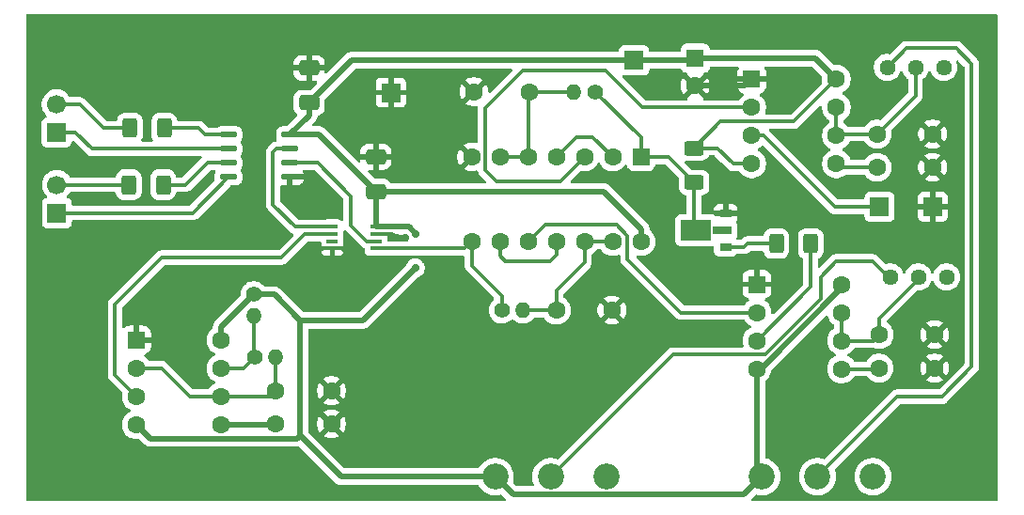
<source format=gbr>
%TF.GenerationSoftware,KiCad,Pcbnew,9.0.1-9.0.1-0~ubuntu24.04.1*%
%TF.CreationDate,2025-05-01T18:06:16+02:00*%
%TF.ProjectId,Circuito_LED,43697263-7569-4746-9f5f-4c45442e6b69,rev?*%
%TF.SameCoordinates,Original*%
%TF.FileFunction,Copper,L1,Top*%
%TF.FilePolarity,Positive*%
%FSLAX46Y46*%
G04 Gerber Fmt 4.6, Leading zero omitted, Abs format (unit mm)*
G04 Created by KiCad (PCBNEW 9.0.1-9.0.1-0~ubuntu24.04.1) date 2025-05-01 18:06:16*
%MOMM*%
%LPD*%
G01*
G04 APERTURE LIST*
G04 Aperture macros list*
%AMRoundRect*
0 Rectangle with rounded corners*
0 $1 Rounding radius*
0 $2 $3 $4 $5 $6 $7 $8 $9 X,Y pos of 4 corners*
0 Add a 4 corners polygon primitive as box body*
4,1,4,$2,$3,$4,$5,$6,$7,$8,$9,$2,$3,0*
0 Add four circle primitives for the rounded corners*
1,1,$1+$1,$2,$3*
1,1,$1+$1,$4,$5*
1,1,$1+$1,$6,$7*
1,1,$1+$1,$8,$9*
0 Add four rect primitives between the rounded corners*
20,1,$1+$1,$2,$3,$4,$5,0*
20,1,$1+$1,$4,$5,$6,$7,0*
20,1,$1+$1,$6,$7,$8,$9,0*
20,1,$1+$1,$8,$9,$2,$3,0*%
G04 Aperture macros list end*
%TA.AperFunction,ComponentPad*%
%ADD10R,1.700000X1.700000*%
%TD*%
%TA.AperFunction,SMDPad,CuDef*%
%ADD11R,1.023099X0.354800*%
%TD*%
%TA.AperFunction,ComponentPad*%
%ADD12C,1.600000*%
%TD*%
%TA.AperFunction,ComponentPad*%
%ADD13C,1.400000*%
%TD*%
%TA.AperFunction,ComponentPad*%
%ADD14O,1.400000X1.400000*%
%TD*%
%TA.AperFunction,ComponentPad*%
%ADD15RoundRect,0.250000X-0.550000X0.550000X-0.550000X-0.550000X0.550000X-0.550000X0.550000X0.550000X0*%
%TD*%
%TA.AperFunction,SMDPad,CuDef*%
%ADD16RoundRect,0.250000X0.400000X0.625000X-0.400000X0.625000X-0.400000X-0.625000X0.400000X-0.625000X0*%
%TD*%
%TA.AperFunction,SMDPad,CuDef*%
%ADD17RoundRect,0.250000X-0.400000X-0.625000X0.400000X-0.625000X0.400000X0.625000X-0.400000X0.625000X0*%
%TD*%
%TA.AperFunction,SMDPad,CuDef*%
%ADD18RoundRect,0.250000X-0.625000X0.400000X-0.625000X-0.400000X0.625000X-0.400000X0.625000X0.400000X0*%
%TD*%
%TA.AperFunction,ComponentPad*%
%ADD19R,1.600000X1.600000*%
%TD*%
%TA.AperFunction,ComponentPad*%
%ADD20RoundRect,0.250000X-0.550000X-0.550000X0.550000X-0.550000X0.550000X0.550000X-0.550000X0.550000X0*%
%TD*%
%TA.AperFunction,SMDPad,CuDef*%
%ADD21R,1.100000X0.700000*%
%TD*%
%TA.AperFunction,SMDPad,CuDef*%
%ADD22R,1.800000X0.700000*%
%TD*%
%TA.AperFunction,SMDPad,CuDef*%
%ADD23R,2.800000X1.900000*%
%TD*%
%TA.AperFunction,SMDPad,CuDef*%
%ADD24RoundRect,0.250000X-0.650000X0.412500X-0.650000X-0.412500X0.650000X-0.412500X0.650000X0.412500X0*%
%TD*%
%TA.AperFunction,ComponentPad*%
%ADD25C,2.340000*%
%TD*%
%TA.AperFunction,SMDPad,CuDef*%
%ADD26RoundRect,0.063750X-0.671250X-0.191250X0.671250X-0.191250X0.671250X0.191250X-0.671250X0.191250X0*%
%TD*%
%TA.AperFunction,ComponentPad*%
%ADD27C,1.440000*%
%TD*%
%TA.AperFunction,ComponentPad*%
%ADD28C,1.700000*%
%TD*%
%TA.AperFunction,ViaPad*%
%ADD29C,0.800000*%
%TD*%
%TA.AperFunction,ViaPad*%
%ADD30C,0.700000*%
%TD*%
%TA.AperFunction,Conductor*%
%ADD31C,0.300000*%
%TD*%
%TA.AperFunction,Conductor*%
%ADD32C,0.500000*%
%TD*%
%TA.AperFunction,Conductor*%
%ADD33C,0.250000*%
%TD*%
G04 APERTURE END LIST*
D10*
%TO.P,GND,1,Pin_1*%
%TO.N,GND*%
X167900000Y-94700000D03*
%TD*%
D11*
%TO.P,U5,1,A*%
%TO.N,LED_ON*%
X113831304Y-96500000D03*
%TO.P,U5,2,B*%
%TO.N,LO*%
X113831304Y-97149998D03*
%TO.P,U5,3,~{Y}*%
%TO.N,unconnected-(U5-~{Y}-Pad3)*%
X113831304Y-97800000D03*
%TO.P,U5,4,GND*%
%TO.N,GND*%
X113831304Y-98449998D03*
%TO.P,U5,5,Y*%
%TO.N,Net-(U5-Y)*%
X117750000Y-98449998D03*
%TO.P,U5,6,~{A}/B*%
%TO.N,SCAN*%
X117750000Y-97800000D03*
%TO.P,U5,7,~{G}*%
%TO.N,GND*%
X117750000Y-97149998D03*
%TO.P,U5,8,VCC*%
%TO.N,+5V*%
X117750000Y-96500000D03*
%TD*%
D12*
%TO.P,C5,1*%
%TO.N,GND*%
X167875000Y-91130000D03*
%TO.P,C5,2*%
%TO.N,Net-(U7-CV)*%
X162875000Y-91130000D03*
%TD*%
D13*
%TO.P,R3,1*%
%TO.N,+5V*%
X106750000Y-102595000D03*
D14*
%TO.P,R3,2*%
%TO.N,Net-(U2-DIS)*%
X106750000Y-104495000D03*
%TD*%
D12*
%TO.P,C6,1*%
%TO.N,Net-(U7-DIS)*%
X162875000Y-88130000D03*
%TO.P,C6,2*%
%TO.N,GND*%
X167875000Y-88130000D03*
%TD*%
D10*
%TO.P,5V,1,Pin_1*%
%TO.N,+5V*%
X141000000Y-81500000D03*
%TD*%
D12*
%TO.P,C1,1*%
%TO.N,GND*%
X168060000Y-109210000D03*
%TO.P,C1,2*%
%TO.N,Net-(U1-CV)*%
X163060000Y-109210000D03*
%TD*%
D15*
%TO.P,U3,1*%
%TO.N,NDELAY*%
X141620000Y-90195000D03*
D12*
%TO.P,U3,2*%
%TO.N,Net-(U3-Pad2)*%
X139080000Y-90195000D03*
%TO.P,U3,3*%
%TO.N,Net-(U7-TR)*%
X136540000Y-90195000D03*
%TO.P,U3,4*%
%TO.N,Net-(U3-Pad2)*%
X134000000Y-90195000D03*
%TO.P,U3,5*%
%TO.N,Net-(C14-Pad2)*%
X131460000Y-90195000D03*
%TO.P,U3,6*%
X128920000Y-90195000D03*
%TO.P,U3,7,VSS*%
%TO.N,GND*%
X126380000Y-90195000D03*
%TO.P,U3,8*%
%TO.N,Net-(U5-Y)*%
X126380000Y-97815000D03*
%TO.P,U3,9*%
%TO.N,Net-(U3-Pad11)*%
X128920000Y-97815000D03*
%TO.P,U3,10*%
%TO.N,Net-(U1-TR)*%
X131460000Y-97815000D03*
%TO.P,U3,11*%
%TO.N,Net-(U3-Pad11)*%
X134000000Y-97815000D03*
%TO.P,U3,12*%
%TO.N,Net-(C13-Pad2)*%
X136540000Y-97815000D03*
%TO.P,U3,13*%
X139080000Y-97815000D03*
%TO.P,U3,14,VDD*%
%TO.N,+5V*%
X141620000Y-97815000D03*
%TD*%
D16*
%TO.P,R9,1*%
%TO.N,DELAY*%
X156900000Y-98000000D03*
%TO.P,R9,2*%
%TO.N,Net-(Q6-G)*%
X153800000Y-98000000D03*
%TD*%
D12*
%TO.P,C2,1*%
%TO.N,Net-(U1-DIS)*%
X163060000Y-106210000D03*
%TO.P,C2,2*%
%TO.N,GND*%
X168060000Y-106210000D03*
%TD*%
D13*
%TO.P,R4,1*%
%TO.N,Net-(U2-DIS)*%
X106845000Y-108250000D03*
D14*
%TO.P,R4,2*%
%TO.N,Net-(U2-THR)*%
X108745000Y-108250000D03*
%TD*%
D17*
%TO.P,R11,1*%
%TO.N,/LED+*%
X95600000Y-87600000D03*
%TO.P,R11,2*%
%TO.N,Net-(U9-IN1+)*%
X98700000Y-87600000D03*
%TD*%
D10*
%TO.P,GND,1,Pin_1*%
%TO.N,GND*%
X119100000Y-84400000D03*
%TD*%
D12*
%TO.P,C14,1*%
%TO.N,GND*%
X126580000Y-84315000D03*
%TO.P,C14,2*%
%TO.N,Net-(C14-Pad2)*%
X131580000Y-84315000D03*
%TD*%
D18*
%TO.P,R10,1*%
%TO.N,+5V*%
X146400000Y-89400000D03*
%TO.P,R10,2*%
%TO.N,NDELAY*%
X146400000Y-92500000D03*
%TD*%
D19*
%TO.P,C7,1*%
%TO.N,+5V*%
X146500000Y-81294888D03*
D12*
%TO.P,C7,2*%
%TO.N,GND*%
X146500000Y-83794888D03*
%TD*%
D20*
%TO.P,U2,1,GND*%
%TO.N,GND*%
X96195000Y-106690000D03*
D12*
%TO.P,U2,2,TR*%
%TO.N,Net-(U2-THR)*%
X96195000Y-109230000D03*
%TO.P,U2,3,Q*%
%TO.N,LO*%
X96195000Y-111770000D03*
%TO.P,U2,4,R*%
%TO.N,+5V*%
X96195000Y-114310000D03*
%TO.P,U2,5,CV*%
%TO.N,Net-(U2-CV)*%
X103815000Y-114310000D03*
%TO.P,U2,6,THR*%
%TO.N,Net-(U2-THR)*%
X103815000Y-111770000D03*
%TO.P,U2,7,DIS*%
%TO.N,Net-(U2-DIS)*%
X103815000Y-109230000D03*
%TO.P,U2,8,VCC*%
%TO.N,+5V*%
X103815000Y-106690000D03*
%TD*%
D21*
%TO.P,Q6,1,S*%
%TO.N,GND*%
X149250000Y-95300000D03*
D22*
%TO.P,Q6,2,D_1*%
%TO.N,NDELAY*%
X148900000Y-96800000D03*
D21*
%TO.P,Q6,3,G*%
%TO.N,Net-(Q6-G)*%
X149250000Y-98300000D03*
D23*
%TO.P,Q6,4,D_2*%
%TO.N,NDELAY*%
X146600000Y-96800000D03*
%TD*%
D13*
%TO.P,R14,1*%
%TO.N,NDELAY*%
X137485000Y-84315000D03*
D14*
%TO.P,R14,2*%
%TO.N,Net-(C14-Pad2)*%
X135585000Y-84315000D03*
%TD*%
D12*
%TO.P,C3,1*%
%TO.N,GND*%
X113750000Y-114250000D03*
%TO.P,C3,2*%
%TO.N,Net-(U2-CV)*%
X108750000Y-114250000D03*
%TD*%
D24*
%TO.P,C16,1*%
%TO.N,GND*%
X111750000Y-82187500D03*
%TO.P,C16,2*%
%TO.N,+5V*%
X111750000Y-85312500D03*
%TD*%
D13*
%TO.P,R13,1*%
%TO.N,Net-(U5-Y)*%
X129095000Y-104000000D03*
D14*
%TO.P,R13,2*%
%TO.N,Net-(C13-Pad2)*%
X130995000Y-104000000D03*
%TD*%
D25*
%TO.P,RV2,1,1*%
%TO.N,+5V*%
X128500000Y-119000000D03*
%TO.P,RV2,2,2*%
%TO.N,Net-(RV2-Pad2)*%
X133500000Y-119000000D03*
%TO.P,RV2,3,3*%
%TO.N,unconnected-(RV2-Pad3)*%
X138500000Y-119000000D03*
%TD*%
D20*
%TO.P,U1,1,GND*%
%TO.N,GND*%
X152060000Y-101670000D03*
D12*
%TO.P,U1,2,TR*%
%TO.N,Net-(U1-TR)*%
X152060000Y-104210000D03*
%TO.P,U1,3,Q*%
%TO.N,DELAY*%
X152060000Y-106750000D03*
%TO.P,U1,4,R*%
%TO.N,+5V*%
X152060000Y-109290000D03*
%TO.P,U1,5,CV*%
%TO.N,Net-(U1-CV)*%
X159680000Y-109290000D03*
%TO.P,U1,6,THR*%
%TO.N,Net-(U1-DIS)*%
X159680000Y-106750000D03*
%TO.P,U1,7,DIS*%
X159680000Y-104210000D03*
%TO.P,U1,8,VCC*%
%TO.N,+5V*%
X159680000Y-101670000D03*
%TD*%
D25*
%TO.P,RV1,1,1*%
%TO.N,+5V*%
X152500000Y-119000000D03*
%TO.P,RV1,2,2*%
%TO.N,Net-(RV1-Pad2)*%
X157500000Y-119000000D03*
%TO.P,RV1,3,3*%
%TO.N,unconnected-(RV1-Pad3)*%
X162500000Y-119000000D03*
%TD*%
D17*
%TO.P,R12,1*%
%TO.N,/SCAN+*%
X95500000Y-92700000D03*
%TO.P,R12,2*%
%TO.N,Net-(U9-IN2+)*%
X98600000Y-92700000D03*
%TD*%
D26*
%TO.P,U9,1,IN1+*%
%TO.N,Net-(U9-IN1+)*%
X104480000Y-88190000D03*
%TO.P,U9,2,IN1-*%
%TO.N,/LED-*%
X104480000Y-89460000D03*
%TO.P,U9,3,IN2+*%
%TO.N,Net-(U9-IN2+)*%
X104480000Y-90730000D03*
%TO.P,U9,4,IN2-*%
%TO.N,/SCAN-*%
X104480000Y-92000000D03*
%TO.P,U9,5,GND*%
%TO.N,GND*%
X110000000Y-92000000D03*
%TO.P,U9,6,OUT2*%
%TO.N,SCAN*%
X110000000Y-90730000D03*
%TO.P,U9,7,OUT1*%
%TO.N,LED_ON*%
X110000000Y-89460000D03*
%TO.P,U9,8,VDD*%
%TO.N,+5V*%
X110000000Y-88190000D03*
%TD*%
D10*
%TO.P,OUT,1,Pin_1*%
%TO.N,MONO*%
X163100000Y-94700000D03*
%TD*%
D12*
%TO.P,C4,1*%
%TO.N,Net-(U2-THR)*%
X108750000Y-111250000D03*
%TO.P,C4,2*%
%TO.N,GND*%
X113750000Y-111250000D03*
%TD*%
%TO.P,C13,1*%
%TO.N,GND*%
X139000000Y-104000000D03*
%TO.P,C13,2*%
%TO.N,Net-(C13-Pad2)*%
X134000000Y-104000000D03*
%TD*%
D27*
%TO.P,RV3,1,1*%
%TO.N,Net-(RV2-Pad2)*%
X164060000Y-101000000D03*
%TO.P,RV3,2,2*%
%TO.N,Net-(U1-DIS)*%
X166600000Y-101000000D03*
%TO.P,RV3,3,3*%
%TO.N,unconnected-(RV3-Pad3)*%
X169140000Y-101000000D03*
%TD*%
D10*
%TO.P,SCAN,1,In*%
%TO.N,/LED-*%
X89000000Y-88000000D03*
D28*
%TO.P,SCAN,2,Ext*%
%TO.N,/LED+*%
X89000000Y-85460000D03*
%TD*%
D24*
%TO.P,C15,1*%
%TO.N,GND*%
X117750000Y-90187500D03*
%TO.P,C15,2*%
%TO.N,+5V*%
X117750000Y-93312500D03*
%TD*%
D20*
%TO.P,U7,1,GND*%
%TO.N,GND*%
X151595000Y-83190000D03*
D12*
%TO.P,U7,2,TR*%
%TO.N,Net-(U7-TR)*%
X151595000Y-85730000D03*
%TO.P,U7,3,Q*%
%TO.N,MONO*%
X151595000Y-88270000D03*
%TO.P,U7,4,R*%
%TO.N,+5V*%
X151595000Y-90810000D03*
%TO.P,U7,5,CV*%
%TO.N,Net-(U7-CV)*%
X159215000Y-90810000D03*
%TO.P,U7,6,THR*%
%TO.N,Net-(U7-DIS)*%
X159215000Y-88270000D03*
%TO.P,U7,7,DIS*%
X159215000Y-85730000D03*
%TO.P,U7,8,VCC*%
%TO.N,+5V*%
X159215000Y-83190000D03*
%TD*%
D10*
%TO.P,FRAME,1,In*%
%TO.N,/SCAN-*%
X89025000Y-95250000D03*
D28*
%TO.P,FRAME,2,Ext*%
%TO.N,/SCAN+*%
X89025000Y-92710000D03*
%TD*%
D27*
%TO.P,RV4,1,1*%
%TO.N,Net-(RV1-Pad2)*%
X163795000Y-82130000D03*
%TO.P,RV4,2,2*%
%TO.N,Net-(U7-DIS)*%
X166335000Y-82130000D03*
%TO.P,RV4,3,3*%
%TO.N,unconnected-(RV4-Pad3)*%
X168875000Y-82130000D03*
%TD*%
D29*
%TO.N,GND*%
X91600000Y-83800000D03*
X107200000Y-93400000D03*
D30*
X112600000Y-98500000D03*
X120400000Y-97500000D03*
D29*
X97600000Y-83800000D03*
X92800000Y-97000000D03*
X100000000Y-97000000D03*
X96400000Y-97000000D03*
X104800000Y-83800000D03*
X107200000Y-97000000D03*
D30*
X115000000Y-98500000D03*
D29*
X102400000Y-97000000D03*
X94000000Y-97000000D03*
X96400000Y-83800000D03*
X101200000Y-83800000D03*
X107200000Y-91000000D03*
X97600000Y-97000000D03*
X103600000Y-83800000D03*
X98800000Y-83800000D03*
X95200000Y-83800000D03*
X106000000Y-83800000D03*
X103600000Y-97000000D03*
X107200000Y-94600000D03*
D30*
X112100000Y-93700000D03*
D29*
X107200000Y-92200000D03*
X91600000Y-97000000D03*
X107200000Y-88600000D03*
X104800000Y-97000000D03*
X106000000Y-97000000D03*
D30*
X110000000Y-93500000D03*
X111900000Y-92000000D03*
D29*
X92800000Y-83800000D03*
X107200000Y-89800000D03*
X101200000Y-97000000D03*
X100000000Y-83800000D03*
D30*
X149800000Y-93200000D03*
X151500000Y-94800000D03*
D29*
X98800000Y-97000000D03*
X107200000Y-85000000D03*
X107200000Y-87400000D03*
X94000000Y-83800000D03*
X102400000Y-83800000D03*
X107200000Y-86200000D03*
X95200000Y-97000000D03*
X107200000Y-95800000D03*
D30*
X113800000Y-99700000D03*
X119600000Y-97500000D03*
D29*
X107200000Y-83800000D03*
D30*
X151300000Y-93300000D03*
%TO.N,+5V*%
X121300000Y-100200000D03*
X121300000Y-97100000D03*
%TD*%
D31*
%TO.N,MONO*%
X152670000Y-88270000D02*
X159100000Y-94700000D01*
X159100000Y-94700000D02*
X163100000Y-94700000D01*
%TO.N,Net-(U1-CV)*%
X159680000Y-109290000D02*
X162980000Y-109290000D01*
X162980000Y-109290000D02*
X163060000Y-109210000D01*
%TO.N,GND*%
X113831304Y-99668696D02*
X113800000Y-99700000D01*
X112650002Y-98449998D02*
X112600000Y-98500000D01*
X113831304Y-98449998D02*
X114949998Y-98449998D01*
X119249998Y-97149998D02*
X117750000Y-97149998D01*
D32*
X146500000Y-83794888D02*
X150990112Y-83794888D01*
D31*
X119600000Y-97500000D02*
X119249998Y-97149998D01*
X113831304Y-98449998D02*
X113831304Y-99668696D01*
X114949998Y-98449998D02*
X115000000Y-98500000D01*
X112650002Y-98449998D02*
X113831304Y-98449998D01*
D32*
X150990112Y-83794888D02*
X151595000Y-83190000D01*
D31*
%TO.N,Net-(U1-DIS)*%
X159680000Y-106750000D02*
X159680000Y-104210000D01*
X163060000Y-104745000D02*
X166600000Y-101205000D01*
X159680000Y-106750000D02*
X162520000Y-106750000D01*
X162520000Y-106750000D02*
X163060000Y-106210000D01*
X163060000Y-106210000D02*
X163060000Y-104745000D01*
D32*
%TO.N,Net-(U2-CV)*%
X108690000Y-114310000D02*
X108750000Y-114250000D01*
X103815000Y-114310000D02*
X108690000Y-114310000D01*
D31*
%TO.N,Net-(U2-THR)*%
X103815000Y-111770000D02*
X108230000Y-111770000D01*
X108745000Y-108250000D02*
X108745000Y-111245000D01*
X98480000Y-109230000D02*
X101020000Y-111770000D01*
X108230000Y-111770000D02*
X108750000Y-111250000D01*
X96195000Y-109230000D02*
X98480000Y-109230000D01*
X101020000Y-111770000D02*
X103815000Y-111770000D01*
X108745000Y-111245000D02*
X108750000Y-111250000D01*
%TO.N,Net-(U7-CV)*%
X159535000Y-91130000D02*
X159215000Y-90810000D01*
X162875000Y-91130000D02*
X159535000Y-91130000D01*
%TO.N,Net-(U7-DIS)*%
X159215000Y-88270000D02*
X159215000Y-85730000D01*
X166335000Y-82130000D02*
X166335000Y-84670000D01*
X166335000Y-84670000D02*
X162875000Y-88130000D01*
X162875000Y-88130000D02*
X159355000Y-88130000D01*
X159355000Y-88130000D02*
X159215000Y-88270000D01*
D32*
%TO.N,+5V*%
X117750000Y-93312500D02*
X117750000Y-96500000D01*
X152500000Y-119000000D02*
X150879000Y-120621000D01*
X106750000Y-102595000D02*
X103815000Y-105530000D01*
X117750000Y-93312500D02*
X138248870Y-93312500D01*
X120700000Y-96500000D02*
X117750000Y-96500000D01*
X157319888Y-81294888D02*
X159215000Y-83190000D01*
X146294888Y-81500000D02*
X146500000Y-81294888D01*
X152359942Y-109290000D02*
X152060000Y-109290000D01*
X103815000Y-105530000D02*
X103815000Y-106690000D01*
X110900000Y-104900000D02*
X108595000Y-102595000D01*
D31*
X146400000Y-89400000D02*
X148800000Y-87000000D01*
X155405000Y-87000000D02*
X159215000Y-83190000D01*
D32*
X97446000Y-115561000D02*
X110639000Y-115561000D01*
X130121000Y-120621000D02*
X128500000Y-119000000D01*
X96195000Y-114310000D02*
X97446000Y-115561000D01*
X141000000Y-81500000D02*
X146294888Y-81500000D01*
X117750000Y-93312500D02*
X112627500Y-88190000D01*
X114600000Y-119000000D02*
X110900000Y-115300000D01*
X152060000Y-118560000D02*
X152500000Y-119000000D01*
X159680000Y-101670000D02*
X159680000Y-101969942D01*
D31*
X148800000Y-87000000D02*
X155405000Y-87000000D01*
D32*
X146500000Y-81294888D02*
X157319888Y-81294888D01*
X159680000Y-101969942D02*
X152359942Y-109290000D01*
D31*
X146400000Y-89400000D02*
X148500000Y-89400000D01*
X149910000Y-90810000D02*
X151595000Y-90810000D01*
D32*
X116600000Y-104900000D02*
X121300000Y-100200000D01*
X110900000Y-104900000D02*
X116600000Y-104900000D01*
X152060000Y-109290000D02*
X152060000Y-118560000D01*
X112627500Y-88190000D02*
X110000000Y-88190000D01*
D31*
X148500000Y-89400000D02*
X149910000Y-90810000D01*
D32*
X111750000Y-85312500D02*
X111750000Y-86440000D01*
X110900000Y-115300000D02*
X110900000Y-104900000D01*
X150879000Y-120621000D02*
X130121000Y-120621000D01*
X128500000Y-119000000D02*
X114600000Y-119000000D01*
X141620000Y-96683630D02*
X141620000Y-97815000D01*
X111750000Y-86440000D02*
X110000000Y-88190000D01*
X121300000Y-97100000D02*
X120700000Y-96500000D01*
X115562500Y-81500000D02*
X141000000Y-81500000D01*
X108595000Y-102595000D02*
X106750000Y-102595000D01*
X110639000Y-115561000D02*
X110900000Y-115300000D01*
X138248870Y-93312500D02*
X141620000Y-96683630D01*
X111750000Y-85312500D02*
X115562500Y-81500000D01*
D31*
%TO.N,Net-(C13-Pad2)*%
X134000000Y-102200000D02*
X136540000Y-99660000D01*
X134000000Y-104000000D02*
X130995000Y-104000000D01*
X136540000Y-99660000D02*
X136540000Y-97815000D01*
X134000000Y-104000000D02*
X134000000Y-102200000D01*
X136540000Y-97815000D02*
X139080000Y-97815000D01*
%TO.N,Net-(C14-Pad2)*%
X128920000Y-90195000D02*
X131460000Y-90195000D01*
X131460000Y-90195000D02*
X131460000Y-84435000D01*
X131460000Y-84435000D02*
X131580000Y-84315000D01*
X131580000Y-84315000D02*
X135585000Y-84315000D01*
%TO.N,/LED+*%
X89000000Y-85460000D02*
X91060000Y-85460000D01*
X93200000Y-87600000D02*
X95600000Y-87600000D01*
X91060000Y-85460000D02*
X93200000Y-87600000D01*
%TO.N,/LED-*%
X92160000Y-89460000D02*
X104480000Y-89460000D01*
X90700000Y-88000000D02*
X92160000Y-89460000D01*
X89000000Y-88000000D02*
X90700000Y-88000000D01*
%TO.N,/SCAN-*%
X101230000Y-95250000D02*
X104480000Y-92000000D01*
X89025000Y-95250000D02*
X101230000Y-95250000D01*
%TO.N,/SCAN+*%
X95490000Y-92710000D02*
X95500000Y-92700000D01*
X89025000Y-92710000D02*
X95490000Y-92710000D01*
%TO.N,Net-(U2-DIS)*%
X106750000Y-108155000D02*
X106845000Y-108250000D01*
X105865000Y-109230000D02*
X106845000Y-108250000D01*
X106750000Y-104495000D02*
X106750000Y-108155000D01*
X103815000Y-109230000D02*
X105865000Y-109230000D01*
%TO.N,MONO*%
X152670000Y-88270000D02*
X151595000Y-88270000D01*
%TO.N,Net-(U9-IN1+)*%
X101800000Y-87600000D02*
X102390000Y-88190000D01*
D33*
X104470000Y-88200000D02*
X104480000Y-88190000D01*
D31*
X102390000Y-88190000D02*
X104480000Y-88190000D01*
X98700000Y-87600000D02*
X101800000Y-87600000D01*
%TO.N,Net-(U9-IN2+)*%
X98600000Y-92700000D02*
X100600000Y-92700000D01*
X100600000Y-92700000D02*
X102600000Y-90700000D01*
X102600000Y-90700000D02*
X104450000Y-90700000D01*
X104450000Y-90700000D02*
X104480000Y-90730000D01*
%TO.N,DELAY*%
X152060000Y-106750000D02*
X156900000Y-101910000D01*
X156900000Y-101910000D02*
X156900000Y-98000000D01*
%TO.N,Net-(RV1-Pad2)*%
X168715963Y-111800000D02*
X164700000Y-111800000D01*
X164700000Y-111800000D02*
X157500000Y-119000000D01*
X171400000Y-81800000D02*
X171400000Y-109115963D01*
X163795000Y-82130000D02*
X165525000Y-80400000D01*
X171400000Y-109115963D02*
X168715963Y-111800000D01*
X170000000Y-80400000D02*
X171400000Y-81800000D01*
X165525000Y-80400000D02*
X170000000Y-80400000D01*
%TO.N,Net-(RV2-Pad2)*%
X164060000Y-101205000D02*
X162455000Y-99600000D01*
X144500000Y-108000000D02*
X133500000Y-119000000D01*
X152800000Y-108000000D02*
X144500000Y-108000000D01*
X159200000Y-99600000D02*
X157800000Y-101000000D01*
X162455000Y-99600000D02*
X159200000Y-99600000D01*
X157800000Y-103000000D02*
X152800000Y-108000000D01*
X157800000Y-101000000D02*
X157800000Y-103000000D01*
%TO.N,Net-(U1-TR)*%
X131460000Y-97815000D02*
X132975000Y-96300000D01*
X140400000Y-99400000D02*
X145210000Y-104210000D01*
X139430760Y-96300000D02*
X140400000Y-97269240D01*
X140400000Y-97269240D02*
X140400000Y-99400000D01*
X145210000Y-104210000D02*
X152060000Y-104210000D01*
X132975000Y-96300000D02*
X139430760Y-96300000D01*
%TO.N,LO*%
X109250000Y-99250000D02*
X111350002Y-97149998D01*
X94250000Y-109825000D02*
X94250000Y-103500000D01*
X96195000Y-111770000D02*
X94250000Y-109825000D01*
X94250000Y-103500000D02*
X98500000Y-99250000D01*
X98500000Y-99250000D02*
X109250000Y-99250000D01*
X111350002Y-97149998D02*
X113831304Y-97149998D01*
%TO.N,Net-(U3-Pad2)*%
X135795000Y-88400000D02*
X137285000Y-88400000D01*
X134000000Y-90195000D02*
X135795000Y-88400000D01*
X137285000Y-88400000D02*
X139080000Y-90195000D01*
%TO.N,Net-(U3-Pad11)*%
X134000000Y-99000000D02*
X134000000Y-97815000D01*
X129400000Y-99600000D02*
X133400000Y-99600000D01*
X128920000Y-99120000D02*
X129400000Y-99600000D01*
X133400000Y-99600000D02*
X134000000Y-99000000D01*
X128920000Y-97815000D02*
X128920000Y-99120000D01*
%TO.N,Net-(U7-TR)*%
X127600000Y-85800000D02*
X131000000Y-82400000D01*
X138400000Y-82400000D02*
X141730000Y-85730000D01*
X127600000Y-91400000D02*
X127600000Y-85800000D01*
X141730000Y-85730000D02*
X151595000Y-85730000D01*
X131000000Y-82400000D02*
X138400000Y-82400000D01*
X128600000Y-92400000D02*
X127600000Y-91400000D01*
X136540000Y-90195000D02*
X134335000Y-92400000D01*
X134335000Y-92400000D02*
X128600000Y-92400000D01*
%TO.N,LED_ON*%
X108500000Y-89750000D02*
X108500000Y-94500000D01*
X110000000Y-89460000D02*
X108790000Y-89460000D01*
X110500000Y-96500000D02*
X113831304Y-96500000D01*
X108500000Y-94500000D02*
X110500000Y-96500000D01*
X108790000Y-89460000D02*
X108500000Y-89750000D01*
%TO.N,SCAN*%
X116938451Y-97800000D02*
X115500000Y-96361549D01*
X117750000Y-97800000D02*
X116938451Y-97800000D01*
X115500000Y-93750000D02*
X112480000Y-90730000D01*
X115500000Y-96361549D02*
X115500000Y-93750000D01*
X112480000Y-90730000D02*
X110000000Y-90730000D01*
%TO.N,Net-(Q6-G)*%
X153800000Y-98000000D02*
X151200000Y-98000000D01*
X150900000Y-98300000D02*
X149250000Y-98300000D01*
X151200000Y-98000000D02*
X150900000Y-98300000D01*
%TO.N,NDELAY*%
X141620000Y-90195000D02*
X144095000Y-90195000D01*
X141620000Y-88450000D02*
X141620000Y-90195000D01*
X137485000Y-84315000D02*
X141620000Y-88450000D01*
X144095000Y-90195000D02*
X146400000Y-92500000D01*
X146400000Y-96600000D02*
X146600000Y-96800000D01*
X146400000Y-92500000D02*
X146400000Y-96600000D01*
%TO.N,Net-(U5-Y)*%
X126380000Y-97815000D02*
X126380000Y-99980000D01*
X126380000Y-99980000D02*
X129095000Y-102695000D01*
X117750000Y-98449998D02*
X125745002Y-98449998D01*
X125745002Y-98449998D02*
X126380000Y-97815000D01*
X129095000Y-102695000D02*
X129095000Y-104000000D01*
%TD*%
%TA.AperFunction,Conductor*%
%TO.N,GND*%
G36*
X173692539Y-77319685D02*
G01*
X173738294Y-77372489D01*
X173749500Y-77424000D01*
X173749500Y-121076000D01*
X173729815Y-121143039D01*
X173677011Y-121188794D01*
X173625500Y-121200000D01*
X151660730Y-121200000D01*
X151593691Y-121180315D01*
X151547936Y-121127511D01*
X151537992Y-121058353D01*
X151567017Y-120994797D01*
X151573049Y-120988319D01*
X151658485Y-120902881D01*
X151922495Y-120638871D01*
X151983816Y-120605388D01*
X152042263Y-120606778D01*
X152173402Y-120641917D01*
X152390510Y-120670500D01*
X152390517Y-120670500D01*
X152609483Y-120670500D01*
X152609490Y-120670500D01*
X152826598Y-120641917D01*
X153038117Y-120585241D01*
X153240428Y-120501440D01*
X153430071Y-120391950D01*
X153603800Y-120258643D01*
X153758643Y-120103800D01*
X153891950Y-119930071D01*
X154001440Y-119740428D01*
X154085241Y-119538117D01*
X154141917Y-119326598D01*
X154170500Y-119109490D01*
X154170500Y-118890510D01*
X154141917Y-118673402D01*
X154085241Y-118461883D01*
X154001440Y-118259572D01*
X153974656Y-118213181D01*
X153891950Y-118069929D01*
X153758644Y-117896201D01*
X153758638Y-117896194D01*
X153603805Y-117741361D01*
X153603798Y-117741355D01*
X153430070Y-117608049D01*
X153240438Y-117498565D01*
X153240433Y-117498562D01*
X153240428Y-117498560D01*
X153038117Y-117414759D01*
X153038113Y-117414758D01*
X152902406Y-117378395D01*
X152842746Y-117342029D01*
X152812217Y-117279182D01*
X152810500Y-117258620D01*
X152810500Y-110415416D01*
X152830185Y-110348377D01*
X152861613Y-110315099D01*
X152907219Y-110281966D01*
X153051966Y-110137219D01*
X153051968Y-110137215D01*
X153051971Y-110137213D01*
X153110093Y-110057213D01*
X153172287Y-109971610D01*
X153265220Y-109789219D01*
X153328477Y-109594534D01*
X153360500Y-109392352D01*
X153360500Y-109392351D01*
X153361262Y-109387540D01*
X153362418Y-109387723D01*
X153385344Y-109327575D01*
X153396389Y-109314919D01*
X158215778Y-104495529D01*
X158277099Y-104462046D01*
X158346791Y-104467030D01*
X158402724Y-104508902D01*
X158421386Y-104544891D01*
X158474780Y-104709219D01*
X158539123Y-104835500D01*
X158567715Y-104891613D01*
X158688028Y-105057213D01*
X158832784Y-105201969D01*
X158901863Y-105252157D01*
X158978385Y-105307753D01*
X158981725Y-105312083D01*
X158986703Y-105314357D01*
X159002833Y-105339456D01*
X159021051Y-105363081D01*
X159022304Y-105369754D01*
X159024477Y-105373135D01*
X159029500Y-105408070D01*
X159029500Y-105551928D01*
X159009815Y-105618967D01*
X158978385Y-105652246D01*
X158832787Y-105758028D01*
X158832782Y-105758032D01*
X158688028Y-105902786D01*
X158567715Y-106068386D01*
X158474781Y-106250776D01*
X158411522Y-106445465D01*
X158379500Y-106647648D01*
X158379500Y-106852351D01*
X158411522Y-107054534D01*
X158474781Y-107249223D01*
X158525876Y-107349500D01*
X158563600Y-107423538D01*
X158567715Y-107431613D01*
X158688028Y-107597213D01*
X158832786Y-107741971D01*
X158980811Y-107849515D01*
X158998390Y-107862287D01*
X159089840Y-107908883D01*
X159091080Y-107909515D01*
X159141876Y-107957490D01*
X159158671Y-108025311D01*
X159136134Y-108091446D01*
X159091080Y-108130485D01*
X158998386Y-108177715D01*
X158832786Y-108298028D01*
X158688028Y-108442786D01*
X158567715Y-108608386D01*
X158474781Y-108790776D01*
X158411522Y-108985465D01*
X158379500Y-109187648D01*
X158379500Y-109392351D01*
X158411522Y-109594534D01*
X158474781Y-109789223D01*
X158521290Y-109880500D01*
X158547334Y-109931615D01*
X158567715Y-109971613D01*
X158688028Y-110137213D01*
X158832786Y-110281971D01*
X158954535Y-110370425D01*
X158998390Y-110402287D01*
X159063025Y-110435220D01*
X159180776Y-110495218D01*
X159180778Y-110495218D01*
X159180781Y-110495220D01*
X159233385Y-110512312D01*
X159375465Y-110558477D01*
X159457348Y-110571446D01*
X159577648Y-110590500D01*
X159577649Y-110590500D01*
X159782351Y-110590500D01*
X159782352Y-110590500D01*
X159984534Y-110558477D01*
X160179219Y-110495220D01*
X160361610Y-110402287D01*
X160454590Y-110334732D01*
X160527213Y-110281971D01*
X160527215Y-110281968D01*
X160527219Y-110281966D01*
X160671966Y-110137219D01*
X160777753Y-109991613D01*
X160833082Y-109948949D01*
X160878071Y-109940500D01*
X161920052Y-109940500D01*
X161987091Y-109960185D01*
X162020371Y-109991616D01*
X162068030Y-110057215D01*
X162212786Y-110201971D01*
X162322892Y-110281966D01*
X162378390Y-110322287D01*
X162472866Y-110370425D01*
X162560776Y-110415218D01*
X162560778Y-110415218D01*
X162560781Y-110415220D01*
X162622335Y-110435220D01*
X162755465Y-110478477D01*
X162856557Y-110494488D01*
X162957648Y-110510500D01*
X162957649Y-110510500D01*
X163162351Y-110510500D01*
X163162352Y-110510500D01*
X163364534Y-110478477D01*
X163559219Y-110415220D01*
X163741610Y-110322287D01*
X163855318Y-110239674D01*
X163907213Y-110201971D01*
X163907215Y-110201968D01*
X163907219Y-110201966D01*
X164051966Y-110057219D01*
X164051968Y-110057215D01*
X164051971Y-110057213D01*
X164122465Y-109960185D01*
X164172287Y-109891610D01*
X164265220Y-109709219D01*
X164328477Y-109514534D01*
X164360500Y-109312352D01*
X164360500Y-109107682D01*
X166760000Y-109107682D01*
X166760000Y-109312317D01*
X166792009Y-109514417D01*
X166855244Y-109709031D01*
X166948141Y-109891350D01*
X166948147Y-109891359D01*
X166980523Y-109935921D01*
X166980524Y-109935922D01*
X167660000Y-109256446D01*
X167660000Y-109262661D01*
X167687259Y-109364394D01*
X167739920Y-109455606D01*
X167814394Y-109530080D01*
X167905606Y-109582741D01*
X168007339Y-109610000D01*
X168013553Y-109610000D01*
X167334076Y-110289474D01*
X167378650Y-110321859D01*
X167560968Y-110414755D01*
X167755582Y-110477990D01*
X167957683Y-110510000D01*
X168162317Y-110510000D01*
X168364417Y-110477990D01*
X168559031Y-110414755D01*
X168741349Y-110321859D01*
X168785921Y-110289474D01*
X168106447Y-109610000D01*
X168112661Y-109610000D01*
X168214394Y-109582741D01*
X168305606Y-109530080D01*
X168380080Y-109455606D01*
X168432741Y-109364394D01*
X168460000Y-109262661D01*
X168460000Y-109256448D01*
X169139474Y-109935922D01*
X169139474Y-109935921D01*
X169171859Y-109891349D01*
X169264755Y-109709031D01*
X169327990Y-109514417D01*
X169360000Y-109312317D01*
X169360000Y-109107682D01*
X169327990Y-108905582D01*
X169264755Y-108710968D01*
X169171859Y-108528650D01*
X169139474Y-108484077D01*
X169139474Y-108484076D01*
X168460000Y-109163551D01*
X168460000Y-109157339D01*
X168432741Y-109055606D01*
X168380080Y-108964394D01*
X168305606Y-108889920D01*
X168214394Y-108837259D01*
X168112661Y-108810000D01*
X168106446Y-108810000D01*
X168785922Y-108130524D01*
X168785921Y-108130523D01*
X168741359Y-108098147D01*
X168741350Y-108098141D01*
X168559031Y-108005244D01*
X168364417Y-107942009D01*
X168162317Y-107910000D01*
X167957683Y-107910000D01*
X167755582Y-107942009D01*
X167560968Y-108005244D01*
X167378644Y-108098143D01*
X167334077Y-108130523D01*
X167334077Y-108130524D01*
X168013554Y-108810000D01*
X168007339Y-108810000D01*
X167905606Y-108837259D01*
X167814394Y-108889920D01*
X167739920Y-108964394D01*
X167687259Y-109055606D01*
X167660000Y-109157339D01*
X167660000Y-109163553D01*
X166980524Y-108484077D01*
X166980523Y-108484077D01*
X166948143Y-108528644D01*
X166855244Y-108710968D01*
X166792009Y-108905582D01*
X166760000Y-109107682D01*
X164360500Y-109107682D01*
X164360500Y-109107648D01*
X164341050Y-108984849D01*
X164328477Y-108905465D01*
X164291657Y-108792147D01*
X164265220Y-108710781D01*
X164265218Y-108710778D01*
X164265218Y-108710776D01*
X164213047Y-108608386D01*
X164172287Y-108528390D01*
X164172285Y-108528387D01*
X164172284Y-108528385D01*
X164051971Y-108362786D01*
X163907213Y-108218028D01*
X163741613Y-108097715D01*
X163741612Y-108097714D01*
X163741610Y-108097713D01*
X163684653Y-108068691D01*
X163559223Y-108004781D01*
X163364534Y-107941522D01*
X163189995Y-107913878D01*
X163162352Y-107909500D01*
X162957648Y-107909500D01*
X162933329Y-107913351D01*
X162755465Y-107941522D01*
X162560776Y-108004781D01*
X162378386Y-108097715D01*
X162212786Y-108218028D01*
X162068034Y-108362780D01*
X161947711Y-108528393D01*
X161934145Y-108555018D01*
X161932195Y-108558847D01*
X161925598Y-108571794D01*
X161877624Y-108622591D01*
X161815113Y-108639500D01*
X160878071Y-108639500D01*
X160811032Y-108619815D01*
X160777754Y-108588386D01*
X160671966Y-108442781D01*
X160527219Y-108298034D01*
X160527213Y-108298028D01*
X160361614Y-108177715D01*
X160345719Y-108169616D01*
X160268917Y-108130483D01*
X160218123Y-108082511D01*
X160201328Y-108014690D01*
X160223865Y-107948555D01*
X160268917Y-107909516D01*
X160361610Y-107862287D01*
X160444198Y-107802284D01*
X160527213Y-107741971D01*
X160527215Y-107741968D01*
X160527219Y-107741966D01*
X160671966Y-107597219D01*
X160777753Y-107451613D01*
X160833082Y-107408949D01*
X160878071Y-107400500D01*
X162502122Y-107400500D01*
X162556227Y-107413490D01*
X162556283Y-107413357D01*
X162557123Y-107413705D01*
X162558417Y-107414015D01*
X162560781Y-107415220D01*
X162755466Y-107478477D01*
X162957648Y-107510500D01*
X162957649Y-107510500D01*
X163162351Y-107510500D01*
X163162352Y-107510500D01*
X163364534Y-107478477D01*
X163559219Y-107415220D01*
X163741610Y-107322287D01*
X163877942Y-107223237D01*
X163907213Y-107201971D01*
X163907215Y-107201968D01*
X163907219Y-107201966D01*
X164051966Y-107057219D01*
X164051968Y-107057215D01*
X164051971Y-107057213D01*
X164137130Y-106940000D01*
X164172287Y-106891610D01*
X164265220Y-106709219D01*
X164328477Y-106514534D01*
X164360500Y-106312352D01*
X164360500Y-106107682D01*
X166760000Y-106107682D01*
X166760000Y-106312317D01*
X166792009Y-106514417D01*
X166855244Y-106709031D01*
X166948141Y-106891350D01*
X166948147Y-106891359D01*
X166980523Y-106935921D01*
X166980524Y-106935922D01*
X167660000Y-106256446D01*
X167660000Y-106262661D01*
X167687259Y-106364394D01*
X167739920Y-106455606D01*
X167814394Y-106530080D01*
X167905606Y-106582741D01*
X168007339Y-106610000D01*
X168013553Y-106610000D01*
X167334076Y-107289474D01*
X167378650Y-107321859D01*
X167560968Y-107414755D01*
X167755582Y-107477990D01*
X167957683Y-107510000D01*
X168162317Y-107510000D01*
X168364417Y-107477990D01*
X168559031Y-107414755D01*
X168741349Y-107321859D01*
X168785921Y-107289474D01*
X168106447Y-106610000D01*
X168112661Y-106610000D01*
X168214394Y-106582741D01*
X168305606Y-106530080D01*
X168380080Y-106455606D01*
X168432741Y-106364394D01*
X168460000Y-106262661D01*
X168460000Y-106256448D01*
X169139474Y-106935922D01*
X169139474Y-106935921D01*
X169171859Y-106891349D01*
X169264755Y-106709031D01*
X169327990Y-106514417D01*
X169360000Y-106312317D01*
X169360000Y-106107682D01*
X169327990Y-105905582D01*
X169264755Y-105710968D01*
X169171859Y-105528650D01*
X169139474Y-105484077D01*
X169139474Y-105484076D01*
X168460000Y-106163551D01*
X168460000Y-106157339D01*
X168432741Y-106055606D01*
X168380080Y-105964394D01*
X168305606Y-105889920D01*
X168214394Y-105837259D01*
X168112661Y-105810000D01*
X168106446Y-105810000D01*
X168785922Y-105130524D01*
X168785921Y-105130523D01*
X168741359Y-105098147D01*
X168741350Y-105098141D01*
X168559031Y-105005244D01*
X168364417Y-104942009D01*
X168162317Y-104910000D01*
X167957683Y-104910000D01*
X167755582Y-104942009D01*
X167560968Y-105005244D01*
X167378644Y-105098143D01*
X167334077Y-105130523D01*
X167334077Y-105130524D01*
X168013554Y-105810000D01*
X168007339Y-105810000D01*
X167905606Y-105837259D01*
X167814394Y-105889920D01*
X167739920Y-105964394D01*
X167687259Y-106055606D01*
X167660000Y-106157339D01*
X167660000Y-106163553D01*
X166980524Y-105484077D01*
X166980523Y-105484077D01*
X166948143Y-105528644D01*
X166855244Y-105710968D01*
X166792009Y-105905582D01*
X166760000Y-106107682D01*
X164360500Y-106107682D01*
X164360500Y-106107648D01*
X164341439Y-105987302D01*
X164328477Y-105905465D01*
X164297059Y-105808772D01*
X164265220Y-105710781D01*
X164265218Y-105710778D01*
X164265218Y-105710776D01*
X164208156Y-105598787D01*
X164172287Y-105528390D01*
X164164556Y-105517749D01*
X164051971Y-105362786D01*
X163959225Y-105270040D01*
X163907219Y-105218034D01*
X163790165Y-105132990D01*
X163787619Y-105130926D01*
X163769565Y-105104762D01*
X163750155Y-105079590D01*
X163749864Y-105076210D01*
X163747938Y-105073418D01*
X163746895Y-105041638D01*
X163744176Y-105009976D01*
X163745758Y-105006977D01*
X163745647Y-105003586D01*
X163761945Y-104976298D01*
X163776781Y-104948181D01*
X163777951Y-104946994D01*
X166468127Y-102256819D01*
X166529450Y-102223334D01*
X166555808Y-102220500D01*
X166696054Y-102220500D01*
X166696055Y-102220500D01*
X166885801Y-102190447D01*
X167068509Y-102131082D01*
X167239681Y-102043865D01*
X167395102Y-101930945D01*
X167530945Y-101795102D01*
X167643865Y-101639681D01*
X167731082Y-101468509D01*
X167745416Y-101424394D01*
X167752069Y-101403919D01*
X167791506Y-101346243D01*
X167855864Y-101319044D01*
X167924711Y-101330958D01*
X167976187Y-101378202D01*
X167987931Y-101403919D01*
X168008915Y-101468504D01*
X168016023Y-101482454D01*
X168096135Y-101639681D01*
X168209055Y-101795102D01*
X168344898Y-101930945D01*
X168500319Y-102043865D01*
X168551612Y-102070000D01*
X168671493Y-102131083D01*
X168762845Y-102160764D01*
X168854199Y-102190447D01*
X169043945Y-102220500D01*
X169043946Y-102220500D01*
X169236054Y-102220500D01*
X169236055Y-102220500D01*
X169425801Y-102190447D01*
X169608509Y-102131082D01*
X169779681Y-102043865D01*
X169935102Y-101930945D01*
X170070945Y-101795102D01*
X170183865Y-101639681D01*
X170271082Y-101468509D01*
X170330447Y-101285801D01*
X170360500Y-101096055D01*
X170360500Y-100903945D01*
X170330447Y-100714199D01*
X170294271Y-100602860D01*
X170271083Y-100531493D01*
X170237091Y-100464780D01*
X170183865Y-100360319D01*
X170070945Y-100204898D01*
X169935102Y-100069055D01*
X169779681Y-99956135D01*
X169608506Y-99868916D01*
X169425802Y-99809553D01*
X169330928Y-99794526D01*
X169236055Y-99779500D01*
X169043945Y-99779500D01*
X168980696Y-99789517D01*
X168854197Y-99809553D01*
X168671493Y-99868916D01*
X168500318Y-99956135D01*
X168411645Y-100020560D01*
X168344898Y-100069055D01*
X168344896Y-100069057D01*
X168344895Y-100069057D01*
X168209057Y-100204895D01*
X168209057Y-100204896D01*
X168209055Y-100204898D01*
X168161621Y-100270185D01*
X168096135Y-100360318D01*
X168008916Y-100531493D01*
X167987931Y-100596081D01*
X167948494Y-100653756D01*
X167884135Y-100680955D01*
X167815289Y-100669041D01*
X167763813Y-100621797D01*
X167752069Y-100596081D01*
X167731083Y-100531493D01*
X167697091Y-100464780D01*
X167643865Y-100360319D01*
X167530945Y-100204898D01*
X167395102Y-100069055D01*
X167239681Y-99956135D01*
X167068506Y-99868916D01*
X166885802Y-99809553D01*
X166790928Y-99794526D01*
X166696055Y-99779500D01*
X166503945Y-99779500D01*
X166440696Y-99789517D01*
X166314197Y-99809553D01*
X166131493Y-99868916D01*
X165960318Y-99956135D01*
X165871645Y-100020560D01*
X165804898Y-100069055D01*
X165804896Y-100069057D01*
X165804895Y-100069057D01*
X165669057Y-100204895D01*
X165669057Y-100204896D01*
X165669055Y-100204898D01*
X165621621Y-100270185D01*
X165556135Y-100360318D01*
X165468916Y-100531493D01*
X165447931Y-100596081D01*
X165408494Y-100653756D01*
X165344135Y-100680955D01*
X165275289Y-100669041D01*
X165223813Y-100621797D01*
X165212069Y-100596081D01*
X165191083Y-100531493D01*
X165157091Y-100464780D01*
X165103865Y-100360319D01*
X164990945Y-100204898D01*
X164855102Y-100069055D01*
X164699681Y-99956135D01*
X164528506Y-99868916D01*
X164345802Y-99809553D01*
X164250928Y-99794526D01*
X164156055Y-99779500D01*
X163963945Y-99779500D01*
X163938001Y-99783608D01*
X163774199Y-99809552D01*
X163703285Y-99832593D01*
X163633444Y-99834587D01*
X163577288Y-99802342D01*
X162869674Y-99094727D01*
X162869673Y-99094726D01*
X162868283Y-99093797D01*
X162763127Y-99023535D01*
X162754677Y-99020035D01*
X162644744Y-98974499D01*
X162644738Y-98974497D01*
X162519071Y-98949500D01*
X162519069Y-98949500D01*
X159135931Y-98949500D01*
X159135929Y-98949500D01*
X159010261Y-98974497D01*
X159010255Y-98974499D01*
X158891874Y-99023534D01*
X158785326Y-99094726D01*
X158785325Y-99094727D01*
X157762181Y-100117872D01*
X157700858Y-100151357D01*
X157631166Y-100146373D01*
X157575233Y-100104501D01*
X157550816Y-100039037D01*
X157550500Y-100030191D01*
X157550500Y-99420908D01*
X157570185Y-99353869D01*
X157614271Y-99315363D01*
X157613187Y-99313605D01*
X157619332Y-99309814D01*
X157619334Y-99309814D01*
X157768656Y-99217712D01*
X157892712Y-99093656D01*
X157984814Y-98944334D01*
X158039999Y-98777797D01*
X158050500Y-98675009D01*
X158050499Y-97324992D01*
X158039999Y-97222203D01*
X157984814Y-97055666D01*
X157892712Y-96906344D01*
X157768656Y-96782288D01*
X157630607Y-96697139D01*
X157619336Y-96690187D01*
X157619331Y-96690185D01*
X157617511Y-96689582D01*
X157452797Y-96635001D01*
X157452795Y-96635000D01*
X157350010Y-96624500D01*
X156449998Y-96624500D01*
X156449980Y-96624501D01*
X156347203Y-96635000D01*
X156347200Y-96635001D01*
X156180668Y-96690185D01*
X156180663Y-96690187D01*
X156031342Y-96782289D01*
X155907289Y-96906342D01*
X155815187Y-97055663D01*
X155815186Y-97055666D01*
X155760001Y-97222203D01*
X155760001Y-97222204D01*
X155760000Y-97222204D01*
X155749500Y-97324983D01*
X155749500Y-98675001D01*
X155749501Y-98675018D01*
X155760000Y-98777796D01*
X155760001Y-98777799D01*
X155815185Y-98944331D01*
X155815187Y-98944336D01*
X155833792Y-98974499D01*
X155907288Y-99093656D01*
X156031344Y-99217712D01*
X156180666Y-99309814D01*
X156180667Y-99309814D01*
X156186813Y-99313605D01*
X156185706Y-99315399D01*
X156230337Y-99354687D01*
X156249500Y-99420908D01*
X156249500Y-101589191D01*
X156229815Y-101656230D01*
X156213181Y-101676872D01*
X153572181Y-104317872D01*
X153510858Y-104351357D01*
X153441166Y-104346373D01*
X153385233Y-104304501D01*
X153360816Y-104239037D01*
X153360500Y-104230191D01*
X153360500Y-104107648D01*
X153328477Y-103905465D01*
X153279391Y-103754394D01*
X153265220Y-103710781D01*
X153265218Y-103710778D01*
X153265218Y-103710776D01*
X153183833Y-103551051D01*
X153172287Y-103528390D01*
X153152228Y-103500781D01*
X153051971Y-103362786D01*
X152907217Y-103218032D01*
X152907212Y-103218028D01*
X152813051Y-103149616D01*
X152770385Y-103094286D01*
X152764406Y-103024673D01*
X152797012Y-102962878D01*
X152846933Y-102931592D01*
X152929117Y-102904359D01*
X152929124Y-102904356D01*
X153078345Y-102812315D01*
X153202315Y-102688345D01*
X153294356Y-102539124D01*
X153294358Y-102539119D01*
X153349505Y-102372697D01*
X153349506Y-102372690D01*
X153359999Y-102269986D01*
X153360000Y-102269973D01*
X153360000Y-101920000D01*
X152375686Y-101920000D01*
X152380080Y-101915606D01*
X152432741Y-101824394D01*
X152460000Y-101722661D01*
X152460000Y-101617339D01*
X152432741Y-101515606D01*
X152380080Y-101424394D01*
X152375686Y-101420000D01*
X153359999Y-101420000D01*
X153359999Y-101070028D01*
X153359998Y-101070013D01*
X153349505Y-100967302D01*
X153294358Y-100800880D01*
X153294356Y-100800875D01*
X153202315Y-100651654D01*
X153078345Y-100527684D01*
X152929124Y-100435643D01*
X152929119Y-100435641D01*
X152762697Y-100380494D01*
X152762690Y-100380493D01*
X152659986Y-100370000D01*
X152310000Y-100370000D01*
X152310000Y-101354314D01*
X152305606Y-101349920D01*
X152214394Y-101297259D01*
X152112661Y-101270000D01*
X152007339Y-101270000D01*
X151905606Y-101297259D01*
X151814394Y-101349920D01*
X151810000Y-101354314D01*
X151810000Y-100370000D01*
X151460028Y-100370000D01*
X151460012Y-100370001D01*
X151357302Y-100380494D01*
X151190880Y-100435641D01*
X151190875Y-100435643D01*
X151041654Y-100527684D01*
X150917684Y-100651654D01*
X150825643Y-100800875D01*
X150825641Y-100800880D01*
X150770494Y-100967302D01*
X150770493Y-100967309D01*
X150760000Y-101070013D01*
X150760000Y-101420000D01*
X151744314Y-101420000D01*
X151739920Y-101424394D01*
X151687259Y-101515606D01*
X151660000Y-101617339D01*
X151660000Y-101722661D01*
X151687259Y-101824394D01*
X151739920Y-101915606D01*
X151744314Y-101920000D01*
X150760001Y-101920000D01*
X150760001Y-102269986D01*
X150770494Y-102372697D01*
X150825641Y-102539119D01*
X150825643Y-102539124D01*
X150917684Y-102688345D01*
X151041654Y-102812315D01*
X151190875Y-102904356D01*
X151190882Y-102904359D01*
X151273067Y-102931592D01*
X151330512Y-102971364D01*
X151357336Y-103035880D01*
X151345021Y-103104656D01*
X151306949Y-103149616D01*
X151212787Y-103218028D01*
X151212782Y-103218032D01*
X151068034Y-103362780D01*
X151062207Y-103370801D01*
X150962246Y-103508386D01*
X150906918Y-103551051D01*
X150861929Y-103559500D01*
X145530808Y-103559500D01*
X145463769Y-103539815D01*
X145443127Y-103523181D01*
X141214553Y-99294607D01*
X141181068Y-99233284D01*
X141186052Y-99163592D01*
X141227924Y-99107659D01*
X141293388Y-99083242D01*
X141321626Y-99084452D01*
X141517648Y-99115500D01*
X141517649Y-99115500D01*
X141722351Y-99115500D01*
X141722352Y-99115500D01*
X141924534Y-99083477D01*
X142119219Y-99020220D01*
X142301610Y-98927287D01*
X142397538Y-98857592D01*
X142467213Y-98806971D01*
X142467215Y-98806968D01*
X142467219Y-98806966D01*
X142611966Y-98662219D01*
X142611968Y-98662215D01*
X142611971Y-98662213D01*
X142683757Y-98563406D01*
X142732287Y-98496610D01*
X142825220Y-98314219D01*
X142888477Y-98119534D01*
X142920500Y-97917352D01*
X142920500Y-97712648D01*
X142904746Y-97613181D01*
X142888477Y-97510465D01*
X142844549Y-97375271D01*
X142825220Y-97315781D01*
X142825218Y-97315778D01*
X142825218Y-97315776D01*
X142779515Y-97226080D01*
X142732287Y-97133390D01*
X142690926Y-97076461D01*
X142611971Y-96967786D01*
X142467217Y-96823032D01*
X142467212Y-96823028D01*
X142421615Y-96789900D01*
X142378949Y-96734571D01*
X142370500Y-96689582D01*
X142370500Y-96609709D01*
X142341659Y-96464722D01*
X142341658Y-96464721D01*
X142341658Y-96464717D01*
X142285084Y-96328135D01*
X142232542Y-96249500D01*
X142204594Y-96207671D01*
X142202954Y-96205216D01*
X142202952Y-96205214D01*
X138727291Y-92729552D01*
X138727284Y-92729546D01*
X138653599Y-92680312D01*
X138653599Y-92680313D01*
X138604361Y-92647413D01*
X138467787Y-92590843D01*
X138467777Y-92590840D01*
X138322790Y-92562000D01*
X138322788Y-92562000D01*
X135392308Y-92562000D01*
X135325269Y-92542315D01*
X135279514Y-92489511D01*
X135269570Y-92420353D01*
X135298595Y-92356797D01*
X135304627Y-92350319D01*
X135505446Y-92149500D01*
X136152809Y-91502135D01*
X136214130Y-91468652D01*
X136259886Y-91467345D01*
X136340954Y-91480185D01*
X136437648Y-91495500D01*
X136437649Y-91495500D01*
X136642351Y-91495500D01*
X136642352Y-91495500D01*
X136844534Y-91463477D01*
X137039219Y-91400220D01*
X137221610Y-91307287D01*
X137324750Y-91232352D01*
X137387213Y-91186971D01*
X137387215Y-91186968D01*
X137387219Y-91186966D01*
X137531966Y-91042219D01*
X137531968Y-91042215D01*
X137531971Y-91042213D01*
X137652284Y-90876614D01*
X137652283Y-90876614D01*
X137652287Y-90876610D01*
X137699516Y-90783917D01*
X137747489Y-90733123D01*
X137815310Y-90716328D01*
X137881445Y-90738865D01*
X137920483Y-90783917D01*
X137941654Y-90825466D01*
X137967715Y-90876614D01*
X138088028Y-91042213D01*
X138232786Y-91186971D01*
X138366880Y-91284394D01*
X138398390Y-91307287D01*
X138500864Y-91359500D01*
X138580776Y-91400218D01*
X138580778Y-91400218D01*
X138580781Y-91400220D01*
X138671856Y-91429812D01*
X138775465Y-91463477D01*
X138876557Y-91479488D01*
X138977648Y-91495500D01*
X138977649Y-91495500D01*
X139182351Y-91495500D01*
X139182352Y-91495500D01*
X139384534Y-91463477D01*
X139579219Y-91400220D01*
X139761610Y-91307287D01*
X139864750Y-91232352D01*
X139927213Y-91186971D01*
X139927215Y-91186968D01*
X139927219Y-91186966D01*
X140071966Y-91042219D01*
X140140021Y-90948547D01*
X140195349Y-90905882D01*
X140264963Y-90899902D01*
X140326758Y-90932507D01*
X140358044Y-90982427D01*
X140377856Y-91042215D01*
X140385186Y-91064333D01*
X140385187Y-91064336D01*
X140416149Y-91114534D01*
X140477288Y-91213656D01*
X140601344Y-91337712D01*
X140750666Y-91429814D01*
X140917203Y-91484999D01*
X141019991Y-91495500D01*
X142220008Y-91495499D01*
X142322797Y-91484999D01*
X142489334Y-91429814D01*
X142638656Y-91337712D01*
X142762712Y-91213656D01*
X142854814Y-91064334D01*
X142899164Y-90930494D01*
X142938936Y-90873051D01*
X143003451Y-90846228D01*
X143016869Y-90845500D01*
X143774192Y-90845500D01*
X143841231Y-90865185D01*
X143861873Y-90881819D01*
X144988181Y-92008127D01*
X145021666Y-92069450D01*
X145024500Y-92095808D01*
X145024500Y-92950001D01*
X145024501Y-92950019D01*
X145035000Y-93052796D01*
X145035001Y-93052799D01*
X145090185Y-93219331D01*
X145090187Y-93219336D01*
X145105847Y-93244725D01*
X145182288Y-93368656D01*
X145306344Y-93492712D01*
X145455666Y-93584814D01*
X145622203Y-93639999D01*
X145638101Y-93641623D01*
X145702793Y-93668018D01*
X145742945Y-93725198D01*
X145749500Y-93764981D01*
X145749500Y-95225500D01*
X145729815Y-95292539D01*
X145677011Y-95338294D01*
X145625500Y-95349500D01*
X145152129Y-95349500D01*
X145152123Y-95349501D01*
X145092516Y-95355908D01*
X144957671Y-95406202D01*
X144957664Y-95406206D01*
X144842455Y-95492452D01*
X144842452Y-95492455D01*
X144756206Y-95607664D01*
X144756202Y-95607671D01*
X144705908Y-95742517D01*
X144699501Y-95802116D01*
X144699500Y-95802129D01*
X144699500Y-97797870D01*
X144699501Y-97797876D01*
X144705908Y-97857483D01*
X144756202Y-97992328D01*
X144756206Y-97992335D01*
X144842452Y-98107544D01*
X144842455Y-98107547D01*
X144957664Y-98193793D01*
X144957671Y-98193797D01*
X145092517Y-98244091D01*
X145092516Y-98244091D01*
X145099444Y-98244835D01*
X145152127Y-98250500D01*
X148047872Y-98250499D01*
X148062242Y-98248954D01*
X148131001Y-98261357D01*
X148182140Y-98308966D01*
X148199500Y-98372243D01*
X148199500Y-98697869D01*
X148199501Y-98697876D01*
X148205908Y-98757483D01*
X148256202Y-98892328D01*
X148256206Y-98892335D01*
X148342452Y-99007544D01*
X148342455Y-99007547D01*
X148457664Y-99093793D01*
X148457671Y-99093797D01*
X148592517Y-99144091D01*
X148592516Y-99144091D01*
X148599444Y-99144835D01*
X148652127Y-99150500D01*
X149847872Y-99150499D01*
X149907483Y-99144091D01*
X150042331Y-99093796D01*
X150157546Y-99007546D01*
X150163052Y-99000191D01*
X150218985Y-98958319D01*
X150262320Y-98950500D01*
X150964071Y-98950500D01*
X151049748Y-98933457D01*
X151089744Y-98925501D01*
X151208127Y-98876465D01*
X151225783Y-98864668D01*
X151225784Y-98864668D01*
X151292296Y-98820225D01*
X151314669Y-98805277D01*
X151433128Y-98686817D01*
X151494449Y-98653334D01*
X151520808Y-98650500D01*
X152535019Y-98650500D01*
X152602058Y-98670185D01*
X152647813Y-98722989D01*
X152658377Y-98761899D01*
X152660000Y-98777796D01*
X152660001Y-98777799D01*
X152715185Y-98944331D01*
X152715187Y-98944336D01*
X152733792Y-98974499D01*
X152807288Y-99093656D01*
X152931344Y-99217712D01*
X153080666Y-99309814D01*
X153247203Y-99364999D01*
X153349991Y-99375500D01*
X154250008Y-99375499D01*
X154250016Y-99375498D01*
X154250019Y-99375498D01*
X154306302Y-99369748D01*
X154352797Y-99364999D01*
X154519334Y-99309814D01*
X154668656Y-99217712D01*
X154792712Y-99093656D01*
X154884814Y-98944334D01*
X154939999Y-98777797D01*
X154950500Y-98675009D01*
X154950499Y-97324992D01*
X154939999Y-97222203D01*
X154884814Y-97055666D01*
X154792712Y-96906344D01*
X154668656Y-96782288D01*
X154530607Y-96697139D01*
X154519336Y-96690187D01*
X154519331Y-96690185D01*
X154517511Y-96689582D01*
X154352797Y-96635001D01*
X154352795Y-96635000D01*
X154250010Y-96624500D01*
X153349998Y-96624500D01*
X153349980Y-96624501D01*
X153247203Y-96635000D01*
X153247200Y-96635001D01*
X153080668Y-96690185D01*
X153080663Y-96690187D01*
X152931342Y-96782289D01*
X152807289Y-96906342D01*
X152715187Y-97055663D01*
X152715186Y-97055666D01*
X152672738Y-97183767D01*
X152660001Y-97222204D01*
X152660000Y-97222205D01*
X152658377Y-97238101D01*
X152631982Y-97302793D01*
X152574802Y-97342945D01*
X152535019Y-97349500D01*
X151135929Y-97349500D01*
X151010261Y-97374497D01*
X151010255Y-97374499D01*
X150891874Y-97423534D01*
X150785328Y-97494725D01*
X150730054Y-97550000D01*
X150666871Y-97613182D01*
X150605551Y-97646666D01*
X150579192Y-97649500D01*
X150299002Y-97649500D01*
X150231963Y-97629815D01*
X150186208Y-97577011D01*
X150176264Y-97507853D01*
X150199735Y-97451189D01*
X150208598Y-97439349D01*
X150243796Y-97392331D01*
X150294091Y-97257483D01*
X150300500Y-97197873D01*
X150300499Y-96402128D01*
X150294091Y-96342517D01*
X150271588Y-96282184D01*
X150243797Y-96207671D01*
X150243795Y-96207668D01*
X150243656Y-96207482D01*
X150181081Y-96123893D01*
X150156664Y-96058431D01*
X150171515Y-95990158D01*
X150181082Y-95975271D01*
X150243352Y-95892089D01*
X150243354Y-95892086D01*
X150293596Y-95757379D01*
X150293598Y-95757372D01*
X150299999Y-95697844D01*
X150300000Y-95697827D01*
X150300000Y-95550000D01*
X148462694Y-95550000D01*
X148395655Y-95530315D01*
X148363429Y-95500313D01*
X148357546Y-95492454D01*
X148357544Y-95492452D01*
X148357543Y-95492451D01*
X148242335Y-95406206D01*
X148242328Y-95406202D01*
X148107482Y-95355908D01*
X148107483Y-95355908D01*
X148047883Y-95349501D01*
X148047881Y-95349500D01*
X148047873Y-95349500D01*
X148047865Y-95349500D01*
X147174500Y-95349500D01*
X147107461Y-95329815D01*
X147061706Y-95277011D01*
X147050500Y-95225500D01*
X147050500Y-94902155D01*
X148200000Y-94902155D01*
X148200000Y-95050000D01*
X149000000Y-95050000D01*
X149500000Y-95050000D01*
X150300000Y-95050000D01*
X150300000Y-94902172D01*
X150299999Y-94902155D01*
X150293598Y-94842627D01*
X150293596Y-94842620D01*
X150243354Y-94707913D01*
X150243350Y-94707906D01*
X150157190Y-94592812D01*
X150157187Y-94592809D01*
X150042093Y-94506649D01*
X150042086Y-94506645D01*
X149907379Y-94456403D01*
X149907372Y-94456401D01*
X149847844Y-94450000D01*
X149500000Y-94450000D01*
X149500000Y-95050000D01*
X149000000Y-95050000D01*
X149000000Y-94450000D01*
X148652155Y-94450000D01*
X148592627Y-94456401D01*
X148592620Y-94456403D01*
X148457913Y-94506645D01*
X148457906Y-94506649D01*
X148342812Y-94592809D01*
X148342809Y-94592812D01*
X148256649Y-94707906D01*
X148256645Y-94707913D01*
X148206403Y-94842620D01*
X148206401Y-94842627D01*
X148200000Y-94902155D01*
X147050500Y-94902155D01*
X147050500Y-93764981D01*
X147070185Y-93697942D01*
X147122989Y-93652187D01*
X147161899Y-93641623D01*
X147162391Y-93641572D01*
X147177797Y-93639999D01*
X147344334Y-93584814D01*
X147493656Y-93492712D01*
X147617712Y-93368656D01*
X147709814Y-93219334D01*
X147764999Y-93052797D01*
X147775500Y-92950009D01*
X147775499Y-92049992D01*
X147774459Y-92039815D01*
X147764999Y-91947203D01*
X147764998Y-91947200D01*
X147734751Y-91855921D01*
X147709814Y-91780666D01*
X147617712Y-91631344D01*
X147493656Y-91507288D01*
X147377270Y-91435501D01*
X147344336Y-91415187D01*
X147344331Y-91415185D01*
X147317584Y-91406322D01*
X147177797Y-91360001D01*
X147177795Y-91360000D01*
X147075016Y-91349500D01*
X147075009Y-91349500D01*
X146220808Y-91349500D01*
X146153769Y-91329815D01*
X146133127Y-91313181D01*
X145576567Y-90756621D01*
X145543082Y-90695298D01*
X145548066Y-90625606D01*
X145589938Y-90569673D01*
X145655402Y-90545256D01*
X145676851Y-90545582D01*
X145680524Y-90545957D01*
X145724991Y-90550500D01*
X147075008Y-90550499D01*
X147177797Y-90539999D01*
X147344334Y-90484814D01*
X147493656Y-90392712D01*
X147617712Y-90268656D01*
X147709814Y-90119334D01*
X147709814Y-90119332D01*
X147713605Y-90113187D01*
X147715399Y-90114293D01*
X147754687Y-90069663D01*
X147820908Y-90050500D01*
X148179192Y-90050500D01*
X148246231Y-90070185D01*
X148266873Y-90086819D01*
X148844620Y-90664565D01*
X149404724Y-91224669D01*
X149454529Y-91274474D01*
X149495332Y-91315277D01*
X149601866Y-91386461D01*
X149601875Y-91386466D01*
X149617056Y-91392754D01*
X149720256Y-91435501D01*
X149720260Y-91435501D01*
X149720261Y-91435502D01*
X149845928Y-91460500D01*
X149845931Y-91460500D01*
X150396929Y-91460500D01*
X150463968Y-91480185D01*
X150497245Y-91511613D01*
X150584235Y-91631344D01*
X150603034Y-91657219D01*
X150747786Y-91801971D01*
X150902749Y-91914556D01*
X150913390Y-91922287D01*
X151020792Y-91977011D01*
X151095776Y-92015218D01*
X151095778Y-92015218D01*
X151095781Y-92015220D01*
X151125875Y-92024998D01*
X151290465Y-92078477D01*
X151391557Y-92094488D01*
X151492648Y-92110500D01*
X151492649Y-92110500D01*
X151697351Y-92110500D01*
X151697352Y-92110500D01*
X151899534Y-92078477D01*
X152094219Y-92015220D01*
X152276610Y-91922287D01*
X152369590Y-91854732D01*
X152442213Y-91801971D01*
X152442215Y-91801968D01*
X152442219Y-91801966D01*
X152586966Y-91657219D01*
X152586968Y-91657215D01*
X152586971Y-91657213D01*
X152651795Y-91567989D01*
X152707287Y-91491610D01*
X152800220Y-91309219D01*
X152863477Y-91114534D01*
X152895500Y-90912352D01*
X152895500Y-90707648D01*
X152883325Y-90630781D01*
X152863477Y-90505465D01*
X152801819Y-90315703D01*
X152800220Y-90310781D01*
X152800218Y-90310778D01*
X152800218Y-90310776D01*
X152741227Y-90195001D01*
X152707287Y-90128390D01*
X152697045Y-90114293D01*
X152586971Y-89962786D01*
X152442213Y-89818028D01*
X152276614Y-89697715D01*
X152258006Y-89688234D01*
X152183917Y-89650483D01*
X152133123Y-89602511D01*
X152116328Y-89534690D01*
X152138865Y-89468555D01*
X152183917Y-89429516D01*
X152276610Y-89382287D01*
X152398407Y-89293797D01*
X152442211Y-89261972D01*
X152442211Y-89261971D01*
X152442219Y-89261966D01*
X152504441Y-89199743D01*
X152565760Y-89166261D01*
X152635452Y-89171245D01*
X152679800Y-89199746D01*
X155640055Y-92160000D01*
X158594724Y-95114669D01*
X158645980Y-95165925D01*
X158685332Y-95205277D01*
X158791866Y-95276461D01*
X158791872Y-95276464D01*
X158791873Y-95276465D01*
X158910256Y-95325501D01*
X158910260Y-95325501D01*
X158910261Y-95325502D01*
X159035928Y-95350500D01*
X159035931Y-95350500D01*
X161625501Y-95350500D01*
X161692540Y-95370185D01*
X161738295Y-95422989D01*
X161749501Y-95474500D01*
X161749501Y-95597876D01*
X161755908Y-95657483D01*
X161806202Y-95792328D01*
X161806206Y-95792335D01*
X161892452Y-95907544D01*
X161892455Y-95907547D01*
X162007664Y-95993793D01*
X162007671Y-95993797D01*
X162142517Y-96044091D01*
X162142516Y-96044091D01*
X162149444Y-96044835D01*
X162202127Y-96050500D01*
X163997872Y-96050499D01*
X164057483Y-96044091D01*
X164192331Y-95993796D01*
X164307546Y-95907546D01*
X164393796Y-95792331D01*
X164444091Y-95657483D01*
X164450500Y-95597873D01*
X164450499Y-94689744D01*
X164450499Y-93802155D01*
X166550000Y-93802155D01*
X166550000Y-94450000D01*
X167466988Y-94450000D01*
X167434075Y-94507007D01*
X167400000Y-94634174D01*
X167400000Y-94765826D01*
X167434075Y-94892993D01*
X167466988Y-94950000D01*
X166550000Y-94950000D01*
X166550000Y-95597844D01*
X166556401Y-95657372D01*
X166556403Y-95657379D01*
X166606645Y-95792086D01*
X166606649Y-95792093D01*
X166692809Y-95907187D01*
X166692812Y-95907190D01*
X166807906Y-95993350D01*
X166807913Y-95993354D01*
X166942620Y-96043596D01*
X166942627Y-96043598D01*
X167002155Y-96049999D01*
X167002172Y-96050000D01*
X167650000Y-96050000D01*
X167650000Y-95133012D01*
X167707007Y-95165925D01*
X167834174Y-95200000D01*
X167965826Y-95200000D01*
X168092993Y-95165925D01*
X168150000Y-95133012D01*
X168150000Y-96050000D01*
X168797828Y-96050000D01*
X168797844Y-96049999D01*
X168857372Y-96043598D01*
X168857379Y-96043596D01*
X168992086Y-95993354D01*
X168992093Y-95993350D01*
X169107187Y-95907190D01*
X169107190Y-95907187D01*
X169193350Y-95792093D01*
X169193354Y-95792086D01*
X169243596Y-95657379D01*
X169243598Y-95657372D01*
X169249999Y-95597844D01*
X169250000Y-95597827D01*
X169250000Y-94950000D01*
X168333012Y-94950000D01*
X168365925Y-94892993D01*
X168400000Y-94765826D01*
X168400000Y-94634174D01*
X168365925Y-94507007D01*
X168333012Y-94450000D01*
X169250000Y-94450000D01*
X169250000Y-93802172D01*
X169249999Y-93802155D01*
X169243598Y-93742627D01*
X169243596Y-93742620D01*
X169193354Y-93607913D01*
X169193350Y-93607906D01*
X169107190Y-93492812D01*
X169107187Y-93492809D01*
X168992093Y-93406649D01*
X168992086Y-93406645D01*
X168857379Y-93356403D01*
X168857372Y-93356401D01*
X168797844Y-93350000D01*
X168150000Y-93350000D01*
X168150000Y-94266988D01*
X168092993Y-94234075D01*
X167965826Y-94200000D01*
X167834174Y-94200000D01*
X167707007Y-94234075D01*
X167650000Y-94266988D01*
X167650000Y-93350000D01*
X167002155Y-93350000D01*
X166942627Y-93356401D01*
X166942620Y-93356403D01*
X166807913Y-93406645D01*
X166807906Y-93406649D01*
X166692812Y-93492809D01*
X166692809Y-93492812D01*
X166606649Y-93607906D01*
X166606645Y-93607913D01*
X166556403Y-93742620D01*
X166556401Y-93742627D01*
X166550000Y-93802155D01*
X164450499Y-93802155D01*
X164450499Y-93802129D01*
X164450498Y-93802123D01*
X164450497Y-93802116D01*
X164444091Y-93742517D01*
X164437631Y-93725198D01*
X164393797Y-93607671D01*
X164393793Y-93607664D01*
X164307547Y-93492455D01*
X164307544Y-93492452D01*
X164192335Y-93406206D01*
X164192328Y-93406202D01*
X164057482Y-93355908D01*
X164057483Y-93355908D01*
X163997883Y-93349501D01*
X163997881Y-93349500D01*
X163997873Y-93349500D01*
X163997864Y-93349500D01*
X162202129Y-93349500D01*
X162202123Y-93349501D01*
X162142516Y-93355908D01*
X162007671Y-93406202D01*
X162007664Y-93406206D01*
X161892455Y-93492452D01*
X161892452Y-93492455D01*
X161806206Y-93607664D01*
X161806202Y-93607671D01*
X161755908Y-93742517D01*
X161749744Y-93799853D01*
X161749501Y-93802123D01*
X161749500Y-93802135D01*
X161749500Y-93925500D01*
X161729815Y-93992539D01*
X161677011Y-94038294D01*
X161625500Y-94049500D01*
X159420807Y-94049500D01*
X159353768Y-94029815D01*
X159333126Y-94013181D01*
X153182128Y-87862181D01*
X153148643Y-87800858D01*
X153153627Y-87731166D01*
X153195499Y-87675233D01*
X153260963Y-87650816D01*
X153269809Y-87650500D01*
X155469071Y-87650500D01*
X155567260Y-87630968D01*
X155594744Y-87625501D01*
X155713127Y-87576465D01*
X155819669Y-87505277D01*
X157702819Y-85622125D01*
X157764142Y-85588641D01*
X157833833Y-85593625D01*
X157889767Y-85635497D01*
X157914184Y-85700961D01*
X157914500Y-85709807D01*
X157914500Y-85832351D01*
X157946522Y-86034534D01*
X158009781Y-86229223D01*
X158102715Y-86411613D01*
X158223028Y-86577213D01*
X158367784Y-86721969D01*
X158436863Y-86772157D01*
X158513385Y-86827753D01*
X158516725Y-86832083D01*
X158521703Y-86834357D01*
X158537833Y-86859456D01*
X158556051Y-86883081D01*
X158557304Y-86889754D01*
X158559477Y-86893135D01*
X158564500Y-86928070D01*
X158564500Y-87071928D01*
X158544815Y-87138967D01*
X158513385Y-87172246D01*
X158367787Y-87278028D01*
X158367782Y-87278032D01*
X158223028Y-87422786D01*
X158102715Y-87588386D01*
X158009781Y-87770776D01*
X157946522Y-87965465D01*
X157922667Y-88116082D01*
X157914500Y-88167648D01*
X157914500Y-88372352D01*
X157915363Y-88377799D01*
X157946522Y-88574534D01*
X158009781Y-88769223D01*
X158061033Y-88869808D01*
X158101888Y-88949991D01*
X158102715Y-88951613D01*
X158223028Y-89117213D01*
X158367786Y-89261971D01*
X158522749Y-89374556D01*
X158533390Y-89382287D01*
X158583013Y-89407571D01*
X158626080Y-89429515D01*
X158676876Y-89477490D01*
X158693671Y-89545311D01*
X158671134Y-89611446D01*
X158626080Y-89650485D01*
X158533386Y-89697715D01*
X158367786Y-89818028D01*
X158223028Y-89962786D01*
X158102715Y-90128386D01*
X158009781Y-90310776D01*
X157946522Y-90505465D01*
X157914500Y-90707648D01*
X157914500Y-90912351D01*
X157946522Y-91114534D01*
X158009781Y-91309223D01*
X158068178Y-91423831D01*
X158099715Y-91485727D01*
X158102715Y-91491613D01*
X158223028Y-91657213D01*
X158367786Y-91801971D01*
X158522749Y-91914556D01*
X158533390Y-91922287D01*
X158640792Y-91977011D01*
X158715776Y-92015218D01*
X158715778Y-92015218D01*
X158715781Y-92015220D01*
X158745875Y-92024998D01*
X158910465Y-92078477D01*
X159011557Y-92094488D01*
X159112648Y-92110500D01*
X159112649Y-92110500D01*
X159317351Y-92110500D01*
X159317352Y-92110500D01*
X159519534Y-92078477D01*
X159714219Y-92015220D01*
X159896610Y-91922287D01*
X159987956Y-91855921D01*
X160059170Y-91804182D01*
X160124977Y-91780702D01*
X160132055Y-91780500D01*
X161676929Y-91780500D01*
X161743968Y-91800185D01*
X161777245Y-91831613D01*
X161861224Y-91947200D01*
X161883034Y-91977219D01*
X162027786Y-92121971D01*
X162182749Y-92234556D01*
X162193390Y-92242287D01*
X162309607Y-92301503D01*
X162375776Y-92335218D01*
X162375778Y-92335218D01*
X162375781Y-92335220D01*
X162480137Y-92369127D01*
X162570465Y-92398477D01*
X162653585Y-92411642D01*
X162772648Y-92430500D01*
X162772649Y-92430500D01*
X162977351Y-92430500D01*
X162977352Y-92430500D01*
X163179534Y-92398477D01*
X163374219Y-92335220D01*
X163556610Y-92242287D01*
X163669868Y-92160001D01*
X163722213Y-92121971D01*
X163722215Y-92121968D01*
X163722219Y-92121966D01*
X163866966Y-91977219D01*
X163866968Y-91977215D01*
X163866971Y-91977213D01*
X163941958Y-91874000D01*
X163987287Y-91811610D01*
X164080220Y-91629219D01*
X164143477Y-91434534D01*
X164175500Y-91232352D01*
X164175500Y-91027682D01*
X166575000Y-91027682D01*
X166575000Y-91232317D01*
X166607009Y-91434417D01*
X166670244Y-91629031D01*
X166763141Y-91811350D01*
X166763147Y-91811359D01*
X166795523Y-91855921D01*
X166795524Y-91855922D01*
X167475000Y-91176446D01*
X167475000Y-91182661D01*
X167502259Y-91284394D01*
X167554920Y-91375606D01*
X167629394Y-91450080D01*
X167720606Y-91502741D01*
X167822339Y-91530000D01*
X167828553Y-91530000D01*
X167149076Y-92209474D01*
X167193650Y-92241859D01*
X167375968Y-92334755D01*
X167570582Y-92397990D01*
X167772683Y-92430000D01*
X167977317Y-92430000D01*
X168179417Y-92397990D01*
X168374031Y-92334755D01*
X168556349Y-92241859D01*
X168600921Y-92209474D01*
X167921447Y-91530000D01*
X167927661Y-91530000D01*
X168029394Y-91502741D01*
X168120606Y-91450080D01*
X168195080Y-91375606D01*
X168247741Y-91284394D01*
X168275000Y-91182661D01*
X168275000Y-91176447D01*
X168954474Y-91855921D01*
X168986859Y-91811349D01*
X169079755Y-91629031D01*
X169142990Y-91434417D01*
X169175000Y-91232317D01*
X169175000Y-91027682D01*
X169142990Y-90825582D01*
X169079755Y-90630968D01*
X168986859Y-90448650D01*
X168954474Y-90404077D01*
X168954474Y-90404076D01*
X168275000Y-91083551D01*
X168275000Y-91077339D01*
X168247741Y-90975606D01*
X168195080Y-90884394D01*
X168120606Y-90809920D01*
X168029394Y-90757259D01*
X167927661Y-90730000D01*
X167921446Y-90730000D01*
X168600922Y-90050524D01*
X168600921Y-90050523D01*
X168556359Y-90018147D01*
X168556350Y-90018141D01*
X168374031Y-89925244D01*
X168179417Y-89862009D01*
X167977317Y-89830000D01*
X167772683Y-89830000D01*
X167570582Y-89862009D01*
X167375968Y-89925244D01*
X167193644Y-90018143D01*
X167149077Y-90050523D01*
X167149077Y-90050524D01*
X167828554Y-90730000D01*
X167822339Y-90730000D01*
X167720606Y-90757259D01*
X167629394Y-90809920D01*
X167554920Y-90884394D01*
X167502259Y-90975606D01*
X167475000Y-91077339D01*
X167475000Y-91083553D01*
X166795524Y-90404077D01*
X166795523Y-90404077D01*
X166763143Y-90448644D01*
X166670244Y-90630968D01*
X166607009Y-90825582D01*
X166575000Y-91027682D01*
X164175500Y-91027682D01*
X164175500Y-91027648D01*
X164158311Y-90919124D01*
X164143477Y-90825465D01*
X164083037Y-90639452D01*
X164080220Y-90630781D01*
X164080218Y-90630778D01*
X164080218Y-90630776D01*
X164033964Y-90539999D01*
X163987287Y-90448390D01*
X163955092Y-90404077D01*
X163866971Y-90282786D01*
X163722213Y-90138028D01*
X163556613Y-90017715D01*
X163556612Y-90017714D01*
X163556610Y-90017713D01*
X163499653Y-89988691D01*
X163374223Y-89924781D01*
X163179534Y-89861522D01*
X163004995Y-89833878D01*
X162977352Y-89829500D01*
X162772648Y-89829500D01*
X162748329Y-89833351D01*
X162570465Y-89861522D01*
X162375776Y-89924781D01*
X162193386Y-90017715D01*
X162027786Y-90138028D01*
X161883034Y-90282780D01*
X161859115Y-90315703D01*
X161777246Y-90428386D01*
X161721918Y-90471051D01*
X161676929Y-90479500D01*
X160565132Y-90479500D01*
X160498093Y-90459815D01*
X160452338Y-90407011D01*
X160447201Y-90393818D01*
X160420221Y-90310783D01*
X160405953Y-90282780D01*
X160327287Y-90128390D01*
X160317045Y-90114293D01*
X160206971Y-89962786D01*
X160062213Y-89818028D01*
X159896614Y-89697715D01*
X159878006Y-89688234D01*
X159803917Y-89650483D01*
X159753123Y-89602511D01*
X159736328Y-89534690D01*
X159758865Y-89468555D01*
X159803917Y-89429516D01*
X159896610Y-89382287D01*
X159917770Y-89366913D01*
X160062213Y-89261971D01*
X160062215Y-89261968D01*
X160062219Y-89261966D01*
X160206966Y-89117219D01*
X160206968Y-89117215D01*
X160206971Y-89117213D01*
X160327284Y-88951614D01*
X160327285Y-88951613D01*
X160327287Y-88951610D01*
X160379975Y-88848203D01*
X160427948Y-88797409D01*
X160490459Y-88780500D01*
X161676929Y-88780500D01*
X161743968Y-88800185D01*
X161777245Y-88831613D01*
X161882743Y-88976819D01*
X161883034Y-88977219D01*
X162027786Y-89121971D01*
X162145574Y-89207547D01*
X162193390Y-89242287D01*
X162294476Y-89293793D01*
X162375776Y-89335218D01*
X162375778Y-89335218D01*
X162375781Y-89335220D01*
X162480137Y-89369127D01*
X162570465Y-89398477D01*
X162627882Y-89407571D01*
X162772648Y-89430500D01*
X162772649Y-89430500D01*
X162977351Y-89430500D01*
X162977352Y-89430500D01*
X163179534Y-89398477D01*
X163374219Y-89335220D01*
X163556610Y-89242287D01*
X163661252Y-89166261D01*
X163722213Y-89121971D01*
X163722215Y-89121968D01*
X163722219Y-89121966D01*
X163866966Y-88977219D01*
X163866968Y-88977215D01*
X163866971Y-88977213D01*
X163923317Y-88899658D01*
X163987287Y-88811610D01*
X164080220Y-88629219D01*
X164143477Y-88434534D01*
X164175500Y-88232352D01*
X164175500Y-88027682D01*
X166575000Y-88027682D01*
X166575000Y-88232317D01*
X166607009Y-88434417D01*
X166670244Y-88629031D01*
X166763141Y-88811350D01*
X166763147Y-88811359D01*
X166795523Y-88855921D01*
X166795524Y-88855922D01*
X167475000Y-88176446D01*
X167475000Y-88182661D01*
X167502259Y-88284394D01*
X167554920Y-88375606D01*
X167629394Y-88450080D01*
X167720606Y-88502741D01*
X167822339Y-88530000D01*
X167828553Y-88530000D01*
X167149076Y-89209474D01*
X167193650Y-89241859D01*
X167375968Y-89334755D01*
X167570582Y-89397990D01*
X167772683Y-89430000D01*
X167977317Y-89430000D01*
X168179417Y-89397990D01*
X168374031Y-89334755D01*
X168556349Y-89241859D01*
X168600921Y-89209474D01*
X167921447Y-88530000D01*
X167927661Y-88530000D01*
X168029394Y-88502741D01*
X168120606Y-88450080D01*
X168195080Y-88375606D01*
X168247741Y-88284394D01*
X168275000Y-88182661D01*
X168275000Y-88176447D01*
X168954474Y-88855921D01*
X168986859Y-88811349D01*
X169079755Y-88629031D01*
X169142990Y-88434417D01*
X169175000Y-88232317D01*
X169175000Y-88027682D01*
X169142990Y-87825582D01*
X169079755Y-87630968D01*
X168986859Y-87448650D01*
X168954474Y-87404077D01*
X168954474Y-87404076D01*
X168275000Y-88083551D01*
X168275000Y-88077339D01*
X168247741Y-87975606D01*
X168195080Y-87884394D01*
X168120606Y-87809920D01*
X168029394Y-87757259D01*
X167927661Y-87730000D01*
X167921446Y-87730000D01*
X168600922Y-87050524D01*
X168600921Y-87050523D01*
X168556359Y-87018147D01*
X168556350Y-87018141D01*
X168374031Y-86925244D01*
X168179417Y-86862009D01*
X167977317Y-86830000D01*
X167772683Y-86830000D01*
X167570582Y-86862009D01*
X167375968Y-86925244D01*
X167193644Y-87018143D01*
X167149077Y-87050523D01*
X167149077Y-87050524D01*
X167828554Y-87730000D01*
X167822339Y-87730000D01*
X167720606Y-87757259D01*
X167629394Y-87809920D01*
X167554920Y-87884394D01*
X167502259Y-87975606D01*
X167475000Y-88077339D01*
X167475000Y-88083553D01*
X166795524Y-87404077D01*
X166795523Y-87404077D01*
X166763143Y-87448644D01*
X166670244Y-87630968D01*
X166607009Y-87825582D01*
X166575000Y-88027682D01*
X164175500Y-88027682D01*
X164175500Y-88027648D01*
X164147307Y-87849649D01*
X164147269Y-87849401D01*
X164151862Y-87814933D01*
X164156300Y-87780593D01*
X164156471Y-87780342D01*
X164156498Y-87780144D01*
X164157059Y-87779482D01*
X164182134Y-87742810D01*
X166840277Y-85084669D01*
X166911465Y-84978127D01*
X166960501Y-84859744D01*
X166962505Y-84849669D01*
X166969594Y-84814031D01*
X166985500Y-84734071D01*
X166985500Y-83229185D01*
X167005185Y-83162146D01*
X167036616Y-83128866D01*
X167056390Y-83114500D01*
X167130102Y-83060945D01*
X167265945Y-82925102D01*
X167378865Y-82769681D01*
X167466082Y-82598509D01*
X167466981Y-82595742D01*
X167487069Y-82533919D01*
X167526506Y-82476243D01*
X167590864Y-82449044D01*
X167659711Y-82460958D01*
X167711187Y-82508202D01*
X167722931Y-82533919D01*
X167743915Y-82598504D01*
X167790933Y-82690781D01*
X167831135Y-82769681D01*
X167944055Y-82925102D01*
X168079898Y-83060945D01*
X168235319Y-83173865D01*
X168370338Y-83242661D01*
X168406493Y-83261083D01*
X168480060Y-83284986D01*
X168589199Y-83320447D01*
X168778945Y-83350500D01*
X168778946Y-83350500D01*
X168971054Y-83350500D01*
X168971055Y-83350500D01*
X169160801Y-83320447D01*
X169343509Y-83261082D01*
X169514681Y-83173865D01*
X169670102Y-83060945D01*
X169805945Y-82925102D01*
X169918865Y-82769681D01*
X170006082Y-82598509D01*
X170065447Y-82415801D01*
X170095500Y-82226055D01*
X170095500Y-82033945D01*
X170065447Y-81844199D01*
X170030268Y-81735928D01*
X170004577Y-81656857D01*
X170006526Y-81656223D01*
X169999959Y-81595325D01*
X170031215Y-81532836D01*
X170091293Y-81497165D01*
X170161119Y-81499638D01*
X170209677Y-81529623D01*
X170713181Y-82033127D01*
X170746666Y-82094450D01*
X170749500Y-82120808D01*
X170749500Y-108795155D01*
X170729815Y-108862194D01*
X170713181Y-108882836D01*
X168482836Y-111113181D01*
X168421513Y-111146666D01*
X168395155Y-111149500D01*
X164635929Y-111149500D01*
X164510261Y-111174497D01*
X164510255Y-111174499D01*
X164482657Y-111185931D01*
X164482656Y-111185931D01*
X164391881Y-111223530D01*
X164391863Y-111223540D01*
X164285332Y-111294721D01*
X164285325Y-111294727D01*
X158186631Y-117393421D01*
X158125308Y-117426906D01*
X158055616Y-117421922D01*
X158051497Y-117420301D01*
X158038126Y-117414762D01*
X158038119Y-117414760D01*
X158038117Y-117414759D01*
X157826598Y-117358083D01*
X157790314Y-117353306D01*
X157609497Y-117329500D01*
X157609490Y-117329500D01*
X157390510Y-117329500D01*
X157390502Y-117329500D01*
X157189505Y-117355963D01*
X157173402Y-117358083D01*
X157128699Y-117370060D01*
X156961884Y-117414758D01*
X156871957Y-117452008D01*
X156759572Y-117498560D01*
X156759569Y-117498561D01*
X156759561Y-117498565D01*
X156569929Y-117608049D01*
X156396201Y-117741355D01*
X156396194Y-117741361D01*
X156241361Y-117896194D01*
X156241355Y-117896201D01*
X156108049Y-118069929D01*
X155998565Y-118259561D01*
X155998560Y-118259573D01*
X155914758Y-118461884D01*
X155858084Y-118673399D01*
X155858082Y-118673410D01*
X155829500Y-118890502D01*
X155829500Y-119109497D01*
X155853306Y-119290314D01*
X155858083Y-119326598D01*
X155858084Y-119326600D01*
X155914757Y-119538112D01*
X155914759Y-119538117D01*
X155998560Y-119740428D01*
X155998562Y-119740433D01*
X155998565Y-119740438D01*
X156108049Y-119930070D01*
X156241355Y-120103798D01*
X156241361Y-120103805D01*
X156396194Y-120258638D01*
X156396201Y-120258644D01*
X156569929Y-120391950D01*
X156759561Y-120501434D01*
X156759563Y-120501434D01*
X156759572Y-120501440D01*
X156961883Y-120585241D01*
X157173402Y-120641917D01*
X157390510Y-120670500D01*
X157390517Y-120670500D01*
X157609483Y-120670500D01*
X157609490Y-120670500D01*
X157826598Y-120641917D01*
X158038117Y-120585241D01*
X158240428Y-120501440D01*
X158430071Y-120391950D01*
X158603800Y-120258643D01*
X158758643Y-120103800D01*
X158891950Y-119930071D01*
X159001440Y-119740428D01*
X159085241Y-119538117D01*
X159141917Y-119326598D01*
X159170500Y-119109490D01*
X159170500Y-118890510D01*
X159170499Y-118890502D01*
X160829500Y-118890502D01*
X160829500Y-119109497D01*
X160853306Y-119290314D01*
X160858083Y-119326598D01*
X160858084Y-119326600D01*
X160914757Y-119538112D01*
X160914759Y-119538117D01*
X160998560Y-119740428D01*
X160998562Y-119740433D01*
X160998565Y-119740438D01*
X161108049Y-119930070D01*
X161241355Y-120103798D01*
X161241361Y-120103805D01*
X161396194Y-120258638D01*
X161396201Y-120258644D01*
X161569929Y-120391950D01*
X161759561Y-120501434D01*
X161759563Y-120501434D01*
X161759572Y-120501440D01*
X161961883Y-120585241D01*
X162173402Y-120641917D01*
X162390510Y-120670500D01*
X162390517Y-120670500D01*
X162609483Y-120670500D01*
X162609490Y-120670500D01*
X162826598Y-120641917D01*
X163038117Y-120585241D01*
X163240428Y-120501440D01*
X163430071Y-120391950D01*
X163603800Y-120258643D01*
X163758643Y-120103800D01*
X163891950Y-119930071D01*
X164001440Y-119740428D01*
X164085241Y-119538117D01*
X164141917Y-119326598D01*
X164170500Y-119109490D01*
X164170500Y-118890510D01*
X164141917Y-118673402D01*
X164085241Y-118461883D01*
X164001440Y-118259572D01*
X163974656Y-118213181D01*
X163891950Y-118069929D01*
X163758644Y-117896201D01*
X163758638Y-117896194D01*
X163603805Y-117741361D01*
X163603798Y-117741355D01*
X163430070Y-117608049D01*
X163240438Y-117498565D01*
X163240433Y-117498562D01*
X163240428Y-117498560D01*
X163055410Y-117421922D01*
X163038115Y-117414758D01*
X162932357Y-117386421D01*
X162826598Y-117358083D01*
X162790314Y-117353306D01*
X162609497Y-117329500D01*
X162609490Y-117329500D01*
X162390510Y-117329500D01*
X162390502Y-117329500D01*
X162189505Y-117355963D01*
X162173402Y-117358083D01*
X162128699Y-117370060D01*
X161961884Y-117414758D01*
X161871957Y-117452008D01*
X161759572Y-117498560D01*
X161759569Y-117498561D01*
X161759561Y-117498565D01*
X161569929Y-117608049D01*
X161396201Y-117741355D01*
X161396194Y-117741361D01*
X161241361Y-117896194D01*
X161241355Y-117896201D01*
X161108049Y-118069929D01*
X160998565Y-118259561D01*
X160998560Y-118259573D01*
X160914758Y-118461884D01*
X160858084Y-118673399D01*
X160858082Y-118673410D01*
X160829500Y-118890502D01*
X159170499Y-118890502D01*
X159141917Y-118673402D01*
X159085241Y-118461883D01*
X159079698Y-118448502D01*
X159072227Y-118379036D01*
X159103500Y-118316555D01*
X159106549Y-118313396D01*
X164933127Y-112486819D01*
X164994450Y-112453334D01*
X165020808Y-112450500D01*
X168780034Y-112450500D01*
X168888373Y-112428949D01*
X168905707Y-112425501D01*
X169024090Y-112376465D01*
X169045309Y-112362287D01*
X169130632Y-112305277D01*
X171905277Y-109530632D01*
X171976466Y-109424089D01*
X172020123Y-109318691D01*
X172025501Y-109305707D01*
X172050500Y-109180032D01*
X172050500Y-81735931D01*
X172050500Y-81735928D01*
X172025502Y-81610261D01*
X172025501Y-81610260D01*
X172025501Y-81610256D01*
X171976465Y-81491873D01*
X171976461Y-81491866D01*
X171968200Y-81479503D01*
X171968198Y-81479500D01*
X171905277Y-81385331D01*
X171905275Y-81385329D01*
X171905273Y-81385326D01*
X170414673Y-79894726D01*
X170414669Y-79894723D01*
X170308127Y-79823535D01*
X170189744Y-79774499D01*
X170189738Y-79774497D01*
X170064071Y-79749500D01*
X170064069Y-79749500D01*
X165460931Y-79749500D01*
X165460929Y-79749500D01*
X165335261Y-79774497D01*
X165335255Y-79774499D01*
X165216870Y-79823535D01*
X165110331Y-79894722D01*
X165110324Y-79894728D01*
X164112267Y-80892785D01*
X164050944Y-80926270D01*
X164005188Y-80927577D01*
X163891055Y-80909500D01*
X163698945Y-80909500D01*
X163651289Y-80917048D01*
X163509197Y-80939553D01*
X163326493Y-80998916D01*
X163155318Y-81086135D01*
X163093339Y-81131166D01*
X162999898Y-81199055D01*
X162999896Y-81199057D01*
X162999895Y-81199057D01*
X162864057Y-81334895D01*
X162864057Y-81334896D01*
X162864055Y-81334898D01*
X162827417Y-81385326D01*
X162751135Y-81490318D01*
X162663916Y-81661493D01*
X162604553Y-81844197D01*
X162574500Y-82033945D01*
X162574500Y-82226054D01*
X162604553Y-82415802D01*
X162663916Y-82598506D01*
X162710933Y-82690781D01*
X162751135Y-82769681D01*
X162864055Y-82925102D01*
X162999898Y-83060945D01*
X163155319Y-83173865D01*
X163290338Y-83242661D01*
X163326493Y-83261083D01*
X163400060Y-83284986D01*
X163509199Y-83320447D01*
X163698945Y-83350500D01*
X163698946Y-83350500D01*
X163891054Y-83350500D01*
X163891055Y-83350500D01*
X164080801Y-83320447D01*
X164263509Y-83261082D01*
X164434681Y-83173865D01*
X164590102Y-83060945D01*
X164725945Y-82925102D01*
X164838865Y-82769681D01*
X164926082Y-82598509D01*
X164926981Y-82595742D01*
X164947069Y-82533919D01*
X164986506Y-82476243D01*
X165050864Y-82449044D01*
X165119711Y-82460958D01*
X165171187Y-82508202D01*
X165182931Y-82533919D01*
X165203915Y-82598504D01*
X165250933Y-82690781D01*
X165291135Y-82769681D01*
X165404055Y-82925102D01*
X165404057Y-82925104D01*
X165539901Y-83060948D01*
X165633384Y-83128866D01*
X165676051Y-83184196D01*
X165684500Y-83229185D01*
X165684500Y-84349191D01*
X165664815Y-84416230D01*
X165648181Y-84436872D01*
X163262190Y-86822862D01*
X163200867Y-86856347D01*
X163155111Y-86857654D01*
X162993660Y-86832083D01*
X162977352Y-86829500D01*
X162772648Y-86829500D01*
X162756340Y-86832083D01*
X162570465Y-86861522D01*
X162375776Y-86924781D01*
X162193386Y-87017715D01*
X162027786Y-87138028D01*
X161883034Y-87282780D01*
X161848862Y-87329815D01*
X161777246Y-87428386D01*
X161721918Y-87471051D01*
X161676929Y-87479500D01*
X160311356Y-87479500D01*
X160244317Y-87459815D01*
X160211039Y-87428386D01*
X160206971Y-87422787D01*
X160206964Y-87422779D01*
X160062217Y-87278032D01*
X160062212Y-87278028D01*
X159916615Y-87172246D01*
X159913274Y-87167914D01*
X159908297Y-87165641D01*
X159892164Y-87140538D01*
X159873949Y-87116916D01*
X159872696Y-87110244D01*
X159870523Y-87106863D01*
X159865500Y-87071928D01*
X159865500Y-86928070D01*
X159885185Y-86861031D01*
X159916613Y-86827753D01*
X160062219Y-86721966D01*
X160206966Y-86577219D01*
X160206968Y-86577215D01*
X160206971Y-86577213D01*
X160280427Y-86476108D01*
X160327287Y-86411610D01*
X160420220Y-86229219D01*
X160483477Y-86034534D01*
X160515500Y-85832352D01*
X160515500Y-85627648D01*
X160505781Y-85566286D01*
X160483477Y-85425465D01*
X160454127Y-85335137D01*
X160420220Y-85230781D01*
X160420218Y-85230778D01*
X160420218Y-85230776D01*
X160379286Y-85150444D01*
X160327287Y-85048390D01*
X160312753Y-85028385D01*
X160206971Y-84882786D01*
X160062213Y-84738028D01*
X159896614Y-84617715D01*
X159848094Y-84592993D01*
X159803917Y-84570483D01*
X159753123Y-84522511D01*
X159736328Y-84454690D01*
X159758865Y-84388555D01*
X159803917Y-84349516D01*
X159896610Y-84302287D01*
X159951594Y-84262339D01*
X160062213Y-84181971D01*
X160062215Y-84181968D01*
X160062219Y-84181966D01*
X160206966Y-84037219D01*
X160206968Y-84037215D01*
X160206971Y-84037213D01*
X160281904Y-83934075D01*
X160327287Y-83871610D01*
X160420220Y-83689219D01*
X160483477Y-83494534D01*
X160515500Y-83292352D01*
X160515500Y-83087648D01*
X160507257Y-83035606D01*
X160483477Y-82885465D01*
X160440338Y-82752697D01*
X160420220Y-82690781D01*
X160420218Y-82690778D01*
X160420218Y-82690776D01*
X160372536Y-82597196D01*
X160327287Y-82508390D01*
X160303931Y-82476243D01*
X160206971Y-82342786D01*
X160062213Y-82198028D01*
X159896613Y-82077715D01*
X159896612Y-82077714D01*
X159896610Y-82077713D01*
X159810711Y-82033945D01*
X159714223Y-81984781D01*
X159519534Y-81921522D01*
X159344995Y-81893878D01*
X159317352Y-81889500D01*
X159112648Y-81889500D01*
X159056971Y-81898318D01*
X158987678Y-81889363D01*
X158949893Y-81863526D01*
X157798309Y-80711940D01*
X157798302Y-80711934D01*
X157724617Y-80662700D01*
X157724617Y-80662701D01*
X157675379Y-80629801D01*
X157538805Y-80573231D01*
X157538795Y-80573228D01*
X157393808Y-80544388D01*
X157393806Y-80544388D01*
X147922351Y-80544388D01*
X147855312Y-80524703D01*
X147809557Y-80471899D01*
X147799061Y-80433640D01*
X147794091Y-80387404D01*
X147743797Y-80252559D01*
X147743793Y-80252552D01*
X147657547Y-80137343D01*
X147657544Y-80137340D01*
X147542335Y-80051094D01*
X147542328Y-80051090D01*
X147407482Y-80000796D01*
X147407483Y-80000796D01*
X147347883Y-79994389D01*
X147347881Y-79994388D01*
X147347873Y-79994388D01*
X147347864Y-79994388D01*
X145652129Y-79994388D01*
X145652123Y-79994389D01*
X145592516Y-80000796D01*
X145457671Y-80051090D01*
X145457664Y-80051094D01*
X145342455Y-80137340D01*
X145342452Y-80137343D01*
X145256206Y-80252552D01*
X145256202Y-80252559D01*
X145205908Y-80387405D01*
X145199501Y-80447004D01*
X145199500Y-80447023D01*
X145199500Y-80625500D01*
X145179815Y-80692539D01*
X145127011Y-80738294D01*
X145075500Y-80749500D01*
X142474499Y-80749500D01*
X142407460Y-80729815D01*
X142361705Y-80677011D01*
X142350499Y-80625500D01*
X142350499Y-80602129D01*
X142350498Y-80602123D01*
X142350497Y-80602116D01*
X142344091Y-80542517D01*
X142317752Y-80471899D01*
X142293797Y-80407671D01*
X142293793Y-80407664D01*
X142207547Y-80292455D01*
X142207544Y-80292452D01*
X142092335Y-80206206D01*
X142092328Y-80206202D01*
X141957482Y-80155908D01*
X141957483Y-80155908D01*
X141897883Y-80149501D01*
X141897881Y-80149500D01*
X141897873Y-80149500D01*
X141897864Y-80149500D01*
X140102129Y-80149500D01*
X140102123Y-80149501D01*
X140042516Y-80155908D01*
X139907671Y-80206202D01*
X139907664Y-80206206D01*
X139792455Y-80292452D01*
X139792452Y-80292455D01*
X139706206Y-80407664D01*
X139706202Y-80407671D01*
X139655908Y-80542517D01*
X139649501Y-80602116D01*
X139649501Y-80602123D01*
X139649500Y-80602135D01*
X139649500Y-80625500D01*
X139629815Y-80692539D01*
X139577011Y-80738294D01*
X139525500Y-80749500D01*
X115488580Y-80749500D01*
X115343592Y-80778340D01*
X115343582Y-80778343D01*
X115207011Y-80834912D01*
X115206998Y-80834919D01*
X115084084Y-80917048D01*
X115084080Y-80917051D01*
X113361681Y-82639450D01*
X113300358Y-82672935D01*
X113230666Y-82667951D01*
X113174733Y-82626079D01*
X113150316Y-82560615D01*
X113150000Y-82551769D01*
X113150000Y-82437500D01*
X112000000Y-82437500D01*
X112000000Y-83349999D01*
X112351769Y-83349999D01*
X112418808Y-83369684D01*
X112464563Y-83422488D01*
X112474507Y-83491646D01*
X112445482Y-83555202D01*
X112439450Y-83561680D01*
X111887949Y-84113181D01*
X111826626Y-84146666D01*
X111800268Y-84149500D01*
X111049998Y-84149500D01*
X111049980Y-84149501D01*
X110947203Y-84160000D01*
X110947200Y-84160001D01*
X110780668Y-84215185D01*
X110780663Y-84215187D01*
X110631342Y-84307289D01*
X110507289Y-84431342D01*
X110415187Y-84580663D01*
X110415186Y-84580666D01*
X110360001Y-84747203D01*
X110360001Y-84747204D01*
X110360000Y-84747204D01*
X110349500Y-84849983D01*
X110349500Y-85775001D01*
X110349501Y-85775019D01*
X110360000Y-85877796D01*
X110360001Y-85877799D01*
X110393342Y-85978414D01*
X110415186Y-86044334D01*
X110491352Y-86167820D01*
X110507289Y-86193657D01*
X110633450Y-86319818D01*
X110666935Y-86381141D01*
X110661951Y-86450833D01*
X110633450Y-86495180D01*
X109730451Y-87398181D01*
X109669128Y-87431666D01*
X109642770Y-87434500D01*
X109291765Y-87434500D01*
X109181452Y-87449022D01*
X109181447Y-87449024D01*
X109044191Y-87505876D01*
X109044188Y-87505878D01*
X108926322Y-87596321D01*
X108926321Y-87596322D01*
X108835878Y-87714188D01*
X108835876Y-87714191D01*
X108779024Y-87851447D01*
X108779022Y-87851452D01*
X108764500Y-87961765D01*
X108764500Y-88418234D01*
X108779022Y-88528547D01*
X108779024Y-88528552D01*
X108824771Y-88638996D01*
X108832240Y-88708465D01*
X108800965Y-88770944D01*
X108740876Y-88806596D01*
X108731879Y-88808178D01*
X108731906Y-88808311D01*
X108600261Y-88834497D01*
X108600255Y-88834499D01*
X108481874Y-88883534D01*
X108375326Y-88954726D01*
X107994724Y-89335328D01*
X107952530Y-89398476D01*
X107952531Y-89398477D01*
X107923534Y-89441874D01*
X107874499Y-89560255D01*
X107874497Y-89560261D01*
X107849500Y-89685928D01*
X107849500Y-94564069D01*
X107856938Y-94601458D01*
X107856938Y-94601461D01*
X107874497Y-94689736D01*
X107874499Y-94689744D01*
X107923534Y-94808125D01*
X107994726Y-94914673D01*
X107994727Y-94914674D01*
X109994724Y-96914669D01*
X110047836Y-96967781D01*
X110085332Y-97005277D01*
X110191866Y-97076461D01*
X110191879Y-97076468D01*
X110240835Y-97096746D01*
X110295239Y-97140586D01*
X110317304Y-97206881D01*
X110300025Y-97274580D01*
X110281064Y-97298988D01*
X109016873Y-98563181D01*
X108955550Y-98596666D01*
X108929192Y-98599500D01*
X98435929Y-98599500D01*
X98310261Y-98624497D01*
X98310251Y-98624500D01*
X98261220Y-98644810D01*
X98191881Y-98673530D01*
X98191863Y-98673540D01*
X98085332Y-98744721D01*
X98085325Y-98744727D01*
X93744724Y-103085328D01*
X93699654Y-103152782D01*
X93673535Y-103191872D01*
X93624499Y-103310255D01*
X93624497Y-103310261D01*
X93599500Y-103435928D01*
X93599500Y-103435931D01*
X93599500Y-109889069D01*
X93599500Y-109889071D01*
X93599499Y-109889071D01*
X93623160Y-110008014D01*
X93623161Y-110008016D01*
X93624499Y-110014744D01*
X93669174Y-110122600D01*
X93673535Y-110133127D01*
X93732898Y-110221971D01*
X93744726Y-110239673D01*
X93744727Y-110239674D01*
X94887862Y-111382808D01*
X94921347Y-111444131D01*
X94922654Y-111489886D01*
X94897295Y-111650000D01*
X94894500Y-111667648D01*
X94894500Y-111872352D01*
X94898878Y-111899995D01*
X94926522Y-112074534D01*
X94989781Y-112269223D01*
X95044425Y-112376465D01*
X95082147Y-112450500D01*
X95082715Y-112451613D01*
X95203028Y-112617213D01*
X95347786Y-112761971D01*
X95502749Y-112874556D01*
X95513390Y-112882287D01*
X95604840Y-112928883D01*
X95606080Y-112929515D01*
X95656876Y-112977490D01*
X95673671Y-113045311D01*
X95651134Y-113111446D01*
X95606080Y-113150485D01*
X95513386Y-113197715D01*
X95347786Y-113318028D01*
X95203028Y-113462786D01*
X95082715Y-113628386D01*
X94989781Y-113810776D01*
X94926522Y-114005465D01*
X94894500Y-114207648D01*
X94894500Y-114412351D01*
X94926522Y-114614534D01*
X94989781Y-114809223D01*
X95052008Y-114931349D01*
X95081450Y-114989132D01*
X95082715Y-114991613D01*
X95203028Y-115157213D01*
X95347786Y-115301971D01*
X95441279Y-115369896D01*
X95513390Y-115422287D01*
X95629607Y-115481503D01*
X95695776Y-115515218D01*
X95695778Y-115515218D01*
X95695781Y-115515220D01*
X95800137Y-115549127D01*
X95890465Y-115578477D01*
X95974564Y-115591797D01*
X96092648Y-115610500D01*
X96092649Y-115610500D01*
X96297350Y-115610500D01*
X96297352Y-115610500D01*
X96353027Y-115601681D01*
X96422319Y-115610635D01*
X96460106Y-115636473D01*
X96967580Y-116143948D01*
X96967584Y-116143951D01*
X97090498Y-116226080D01*
X97090511Y-116226087D01*
X97227082Y-116282656D01*
X97227087Y-116282658D01*
X97227091Y-116282658D01*
X97227092Y-116282659D01*
X97372079Y-116311500D01*
X97372082Y-116311500D01*
X110712919Y-116311500D01*
X110737909Y-116306528D01*
X110762359Y-116301665D01*
X110831951Y-116307892D01*
X110874233Y-116335601D01*
X112608562Y-118069929D01*
X114017049Y-119478416D01*
X114076745Y-119538112D01*
X114121585Y-119582952D01*
X114244498Y-119665080D01*
X114244511Y-119665087D01*
X114381082Y-119721656D01*
X114381087Y-119721658D01*
X114381091Y-119721658D01*
X114381092Y-119721659D01*
X114526079Y-119750500D01*
X114526082Y-119750500D01*
X126932783Y-119750500D01*
X126999822Y-119770185D01*
X127040170Y-119812500D01*
X127108049Y-119930070D01*
X127241355Y-120103798D01*
X127241361Y-120103805D01*
X127396194Y-120258638D01*
X127396201Y-120258644D01*
X127569929Y-120391950D01*
X127759561Y-120501434D01*
X127759563Y-120501434D01*
X127759572Y-120501440D01*
X127961883Y-120585241D01*
X128173402Y-120641917D01*
X128390510Y-120670500D01*
X128390517Y-120670500D01*
X128609483Y-120670500D01*
X128609490Y-120670500D01*
X128826598Y-120641917D01*
X128957732Y-120606779D01*
X129027581Y-120608442D01*
X129077506Y-120638873D01*
X129426952Y-120988319D01*
X129460437Y-121049642D01*
X129455453Y-121119334D01*
X129413581Y-121175267D01*
X129348117Y-121199684D01*
X129339271Y-121200000D01*
X86374500Y-121200000D01*
X86307461Y-121180315D01*
X86261706Y-121127511D01*
X86250500Y-121076000D01*
X86250500Y-85353713D01*
X87649500Y-85353713D01*
X87649500Y-85566287D01*
X87656464Y-85610256D01*
X87682559Y-85775016D01*
X87682754Y-85776243D01*
X87715750Y-85877795D01*
X87748444Y-85978414D01*
X87844951Y-86167820D01*
X87969890Y-86339786D01*
X88083430Y-86453326D01*
X88116915Y-86514649D01*
X88111931Y-86584341D01*
X88070059Y-86640274D01*
X88039083Y-86657189D01*
X87907669Y-86706203D01*
X87907664Y-86706206D01*
X87792455Y-86792452D01*
X87792452Y-86792455D01*
X87706206Y-86907664D01*
X87706202Y-86907671D01*
X87655908Y-87042517D01*
X87649501Y-87102116D01*
X87649501Y-87102123D01*
X87649500Y-87102135D01*
X87649500Y-88897870D01*
X87649501Y-88897876D01*
X87655908Y-88957483D01*
X87706202Y-89092328D01*
X87706206Y-89092335D01*
X87792452Y-89207544D01*
X87792455Y-89207547D01*
X87907664Y-89293793D01*
X87907671Y-89293797D01*
X88042517Y-89344091D01*
X88042516Y-89344091D01*
X88049444Y-89344835D01*
X88102127Y-89350500D01*
X89897872Y-89350499D01*
X89957483Y-89344091D01*
X90092331Y-89293796D01*
X90207546Y-89207546D01*
X90293796Y-89092331D01*
X90344091Y-88957483D01*
X90350500Y-88897873D01*
X90350500Y-88869808D01*
X90370185Y-88802769D01*
X90422989Y-88757014D01*
X90492147Y-88747070D01*
X90555703Y-88776095D01*
X90562181Y-88782127D01*
X91745325Y-89965272D01*
X91745328Y-89965275D01*
X91835465Y-90025502D01*
X91835464Y-90025502D01*
X91851871Y-90036464D01*
X91851872Y-90036464D01*
X91851873Y-90036465D01*
X91970256Y-90085501D01*
X91970260Y-90085501D01*
X91970261Y-90085502D01*
X92095928Y-90110500D01*
X92095931Y-90110500D01*
X101970192Y-90110500D01*
X102037231Y-90130185D01*
X102082986Y-90182989D01*
X102092930Y-90252147D01*
X102063905Y-90315703D01*
X102057873Y-90322181D01*
X100366873Y-92013181D01*
X100305550Y-92046666D01*
X100279192Y-92049500D01*
X99864981Y-92049500D01*
X99797942Y-92029815D01*
X99752187Y-91977011D01*
X99741623Y-91938101D01*
X99739999Y-91922203D01*
X99739998Y-91922200D01*
X99724026Y-91874000D01*
X99684814Y-91755666D01*
X99592712Y-91606344D01*
X99468656Y-91482288D01*
X99334848Y-91399755D01*
X99319336Y-91390187D01*
X99319331Y-91390185D01*
X99301728Y-91384352D01*
X99152797Y-91335001D01*
X99152795Y-91335000D01*
X99050010Y-91324500D01*
X98149998Y-91324500D01*
X98149980Y-91324501D01*
X98047203Y-91335000D01*
X98047200Y-91335001D01*
X97880668Y-91390185D01*
X97880663Y-91390187D01*
X97731342Y-91482289D01*
X97607289Y-91606342D01*
X97515187Y-91755663D01*
X97515185Y-91755668D01*
X97490019Y-91831615D01*
X97460001Y-91922203D01*
X97460001Y-91922204D01*
X97460000Y-91922204D01*
X97449500Y-92024983D01*
X97449500Y-93375001D01*
X97449501Y-93375018D01*
X97460000Y-93477796D01*
X97460001Y-93477799D01*
X97515185Y-93644331D01*
X97515187Y-93644336D01*
X97518989Y-93650500D01*
X97607288Y-93793656D01*
X97731344Y-93917712D01*
X97880666Y-94009814D01*
X98047203Y-94064999D01*
X98149991Y-94075500D01*
X99050008Y-94075499D01*
X99050016Y-94075498D01*
X99050019Y-94075498D01*
X99106302Y-94069748D01*
X99152797Y-94064999D01*
X99319334Y-94009814D01*
X99468656Y-93917712D01*
X99592712Y-93793656D01*
X99684814Y-93644334D01*
X99739999Y-93477797D01*
X99741623Y-93461898D01*
X99768018Y-93397207D01*
X99825198Y-93357055D01*
X99864981Y-93350500D01*
X100664071Y-93350500D01*
X100748615Y-93333682D01*
X100789744Y-93325501D01*
X100908127Y-93276465D01*
X100955631Y-93244724D01*
X100955631Y-93244723D01*
X100955633Y-93244723D01*
X100993635Y-93219331D01*
X101014669Y-93205277D01*
X102833126Y-91386818D01*
X102894449Y-91353334D01*
X102920807Y-91350500D01*
X103202244Y-91350500D01*
X103269283Y-91370185D01*
X103315038Y-91422989D01*
X103324982Y-91492147D01*
X103316805Y-91521953D01*
X103315878Y-91524188D01*
X103315878Y-91524190D01*
X103301952Y-91557810D01*
X103259023Y-91661450D01*
X103259022Y-91661452D01*
X103244500Y-91771765D01*
X103244500Y-92228232D01*
X103246677Y-92244772D01*
X103235909Y-92313806D01*
X103211418Y-92348634D01*
X100996873Y-94563181D01*
X100935550Y-94596666D01*
X100909192Y-94599500D01*
X90499499Y-94599500D01*
X90432460Y-94579815D01*
X90386705Y-94527011D01*
X90375499Y-94475500D01*
X90375499Y-94352129D01*
X90375498Y-94352123D01*
X90375497Y-94352116D01*
X90369091Y-94292517D01*
X90359526Y-94266873D01*
X90318797Y-94157671D01*
X90318793Y-94157664D01*
X90232547Y-94042455D01*
X90232544Y-94042452D01*
X90117335Y-93956206D01*
X90117328Y-93956202D01*
X89985917Y-93907189D01*
X89929983Y-93865318D01*
X89905566Y-93799853D01*
X89920418Y-93731580D01*
X89941563Y-93703332D01*
X90055104Y-93589792D01*
X90087874Y-93544688D01*
X90182915Y-93413875D01*
X90184259Y-93414851D01*
X90230705Y-93372834D01*
X90284618Y-93360500D01*
X94236040Y-93360500D01*
X94303079Y-93380185D01*
X94348834Y-93432989D01*
X94359398Y-93471894D01*
X94360001Y-93477798D01*
X94360001Y-93477799D01*
X94415185Y-93644331D01*
X94415187Y-93644336D01*
X94418989Y-93650500D01*
X94507288Y-93793656D01*
X94631344Y-93917712D01*
X94780666Y-94009814D01*
X94947203Y-94064999D01*
X95049991Y-94075500D01*
X95950008Y-94075499D01*
X95950016Y-94075498D01*
X95950019Y-94075498D01*
X96006302Y-94069748D01*
X96052797Y-94064999D01*
X96219334Y-94009814D01*
X96368656Y-93917712D01*
X96492712Y-93793656D01*
X96584814Y-93644334D01*
X96639999Y-93477797D01*
X96650500Y-93375009D01*
X96650499Y-92024992D01*
X96649292Y-92013181D01*
X96639999Y-91922203D01*
X96639998Y-91922200D01*
X96624026Y-91874000D01*
X96584814Y-91755666D01*
X96492712Y-91606344D01*
X96368656Y-91482288D01*
X96234848Y-91399755D01*
X96219336Y-91390187D01*
X96219331Y-91390185D01*
X96201728Y-91384352D01*
X96052797Y-91335001D01*
X96052795Y-91335000D01*
X95950010Y-91324500D01*
X95049998Y-91324500D01*
X95049980Y-91324501D01*
X94947203Y-91335000D01*
X94947200Y-91335001D01*
X94780668Y-91390185D01*
X94780663Y-91390187D01*
X94631342Y-91482289D01*
X94507289Y-91606342D01*
X94415187Y-91755663D01*
X94415185Y-91755668D01*
X94390019Y-91831615D01*
X94360001Y-91922203D01*
X94360001Y-91922204D01*
X94360000Y-91922204D01*
X94357355Y-91948103D01*
X94330959Y-92012794D01*
X94273778Y-92052946D01*
X94233997Y-92059500D01*
X90284618Y-92059500D01*
X90217579Y-92039815D01*
X90183900Y-92005408D01*
X90182915Y-92006125D01*
X90055109Y-91830213D01*
X89904786Y-91679890D01*
X89732820Y-91554951D01*
X89543414Y-91458444D01*
X89543413Y-91458443D01*
X89543412Y-91458443D01*
X89341243Y-91392754D01*
X89341241Y-91392753D01*
X89341240Y-91392753D01*
X89166012Y-91365000D01*
X89131287Y-91359500D01*
X88918713Y-91359500D01*
X88883988Y-91365000D01*
X88708760Y-91392753D01*
X88708757Y-91392754D01*
X88592080Y-91430665D01*
X88506585Y-91458444D01*
X88317179Y-91554951D01*
X88145213Y-91679890D01*
X87994890Y-91830213D01*
X87869951Y-92002179D01*
X87773444Y-92191585D01*
X87707753Y-92393760D01*
X87674500Y-92603713D01*
X87674500Y-92816286D01*
X87703339Y-92998372D01*
X87707754Y-93026243D01*
X87770493Y-93219334D01*
X87773444Y-93228414D01*
X87869951Y-93417820D01*
X87994890Y-93589786D01*
X88108430Y-93703326D01*
X88141915Y-93764649D01*
X88136931Y-93834341D01*
X88095059Y-93890274D01*
X88064083Y-93907189D01*
X87932669Y-93956203D01*
X87932664Y-93956206D01*
X87817455Y-94042452D01*
X87817452Y-94042455D01*
X87731206Y-94157664D01*
X87731202Y-94157671D01*
X87680908Y-94292517D01*
X87674501Y-94352116D01*
X87674501Y-94352123D01*
X87674500Y-94352135D01*
X87674500Y-96147870D01*
X87674501Y-96147876D01*
X87680908Y-96207483D01*
X87731202Y-96342328D01*
X87731206Y-96342335D01*
X87817452Y-96457544D01*
X87817455Y-96457547D01*
X87932664Y-96543793D01*
X87932671Y-96543797D01*
X88067517Y-96594091D01*
X88067516Y-96594091D01*
X88074444Y-96594835D01*
X88127127Y-96600500D01*
X89922872Y-96600499D01*
X89982483Y-96594091D01*
X90117331Y-96543796D01*
X90232546Y-96457546D01*
X90318796Y-96342331D01*
X90369091Y-96207483D01*
X90375500Y-96147873D01*
X90375500Y-96024500D01*
X90395185Y-95957461D01*
X90447989Y-95911706D01*
X90499500Y-95900500D01*
X101294071Y-95900500D01*
X101409483Y-95877542D01*
X101419744Y-95875501D01*
X101538127Y-95826465D01*
X101544660Y-95822100D01*
X101574549Y-95802129D01*
X101574550Y-95802129D01*
X101641523Y-95757379D01*
X101644669Y-95755277D01*
X104608127Y-92791819D01*
X104669450Y-92758334D01*
X104695808Y-92755500D01*
X105188235Y-92755500D01*
X105225005Y-92750659D01*
X105298549Y-92740977D01*
X105435810Y-92684122D01*
X105553678Y-92593678D01*
X105644122Y-92475810D01*
X105700977Y-92338549D01*
X105715500Y-92228234D01*
X105715500Y-91771766D01*
X105713380Y-91755666D01*
X105706997Y-91707181D01*
X105700977Y-91661451D01*
X105655622Y-91551953D01*
X105644123Y-91524191D01*
X105644121Y-91524188D01*
X105579894Y-91440487D01*
X105554699Y-91375318D01*
X105568737Y-91306873D01*
X105579894Y-91289513D01*
X105638101Y-91213657D01*
X105644122Y-91205810D01*
X105700977Y-91068549D01*
X105715500Y-90958234D01*
X105715500Y-90501766D01*
X105700977Y-90391451D01*
X105672285Y-90322181D01*
X105644123Y-90254191D01*
X105644121Y-90254188D01*
X105579894Y-90170487D01*
X105554699Y-90105318D01*
X105568737Y-90036873D01*
X105579894Y-90019513D01*
X105601109Y-89991865D01*
X105644122Y-89935810D01*
X105700977Y-89798549D01*
X105715500Y-89688234D01*
X105715500Y-89231766D01*
X105712311Y-89207546D01*
X105700977Y-89121452D01*
X105700975Y-89121447D01*
X105699221Y-89117213D01*
X105672329Y-89052288D01*
X105644123Y-88984191D01*
X105644121Y-88984188D01*
X105579894Y-88900487D01*
X105554699Y-88835318D01*
X105568737Y-88766873D01*
X105579894Y-88749513D01*
X105632721Y-88680668D01*
X105644122Y-88665810D01*
X105700977Y-88528549D01*
X105715500Y-88418234D01*
X105715500Y-87961766D01*
X105700977Y-87851451D01*
X105667561Y-87770776D01*
X105644123Y-87714191D01*
X105644121Y-87714188D01*
X105553678Y-87596322D01*
X105553677Y-87596321D01*
X105435811Y-87505878D01*
X105435808Y-87505876D01*
X105298552Y-87449024D01*
X105298547Y-87449022D01*
X105188235Y-87434500D01*
X105188234Y-87434500D01*
X103771766Y-87434500D01*
X103771765Y-87434500D01*
X103661452Y-87449022D01*
X103661447Y-87449024D01*
X103524191Y-87505876D01*
X103524188Y-87505878D01*
X103513768Y-87513875D01*
X103448599Y-87539070D01*
X103438281Y-87539500D01*
X102710808Y-87539500D01*
X102643769Y-87519815D01*
X102623127Y-87503181D01*
X102214674Y-87094727D01*
X102214673Y-87094726D01*
X102180553Y-87071928D01*
X102108127Y-87023535D01*
X102095119Y-87018147D01*
X101989744Y-86974499D01*
X101989738Y-86974497D01*
X101864071Y-86949500D01*
X101864069Y-86949500D01*
X99964981Y-86949500D01*
X99897942Y-86929815D01*
X99852187Y-86877011D01*
X99841623Y-86838101D01*
X99839999Y-86822203D01*
X99839998Y-86822200D01*
X99830140Y-86792452D01*
X99784814Y-86655666D01*
X99692712Y-86506344D01*
X99568656Y-86382288D01*
X99419334Y-86290186D01*
X99252797Y-86235001D01*
X99252795Y-86235000D01*
X99150010Y-86224500D01*
X98249998Y-86224500D01*
X98249980Y-86224501D01*
X98147203Y-86235000D01*
X98147200Y-86235001D01*
X97980668Y-86290185D01*
X97980663Y-86290187D01*
X97831342Y-86382289D01*
X97707289Y-86506342D01*
X97615187Y-86655663D01*
X97615185Y-86655668D01*
X97594283Y-86718747D01*
X97560001Y-86822203D01*
X97560001Y-86822204D01*
X97560000Y-86822204D01*
X97549500Y-86924983D01*
X97549500Y-88275001D01*
X97549501Y-88275018D01*
X97560000Y-88377796D01*
X97560001Y-88377799D01*
X97613027Y-88537819D01*
X97615186Y-88544334D01*
X97662106Y-88620404D01*
X97680546Y-88687796D01*
X97659623Y-88754459D01*
X97605981Y-88799229D01*
X97556567Y-88809500D01*
X96743433Y-88809500D01*
X96676394Y-88789815D01*
X96630639Y-88737011D01*
X96620695Y-88667853D01*
X96637893Y-88620405D01*
X96684814Y-88544334D01*
X96739999Y-88377797D01*
X96750500Y-88275009D01*
X96750499Y-86924992D01*
X96750477Y-86924781D01*
X96739999Y-86822203D01*
X96739998Y-86822200D01*
X96730140Y-86792452D01*
X96684814Y-86655666D01*
X96592712Y-86506344D01*
X96468656Y-86382288D01*
X96319334Y-86290186D01*
X96152797Y-86235001D01*
X96152795Y-86235000D01*
X96050010Y-86224500D01*
X95149998Y-86224500D01*
X95149980Y-86224501D01*
X95047203Y-86235000D01*
X95047200Y-86235001D01*
X94880668Y-86290185D01*
X94880663Y-86290187D01*
X94731342Y-86382289D01*
X94607289Y-86506342D01*
X94515187Y-86655663D01*
X94515185Y-86655668D01*
X94460001Y-86822204D01*
X94460000Y-86822205D01*
X94458377Y-86838101D01*
X94431982Y-86902793D01*
X94374802Y-86942945D01*
X94335019Y-86949500D01*
X93520808Y-86949500D01*
X93453769Y-86929815D01*
X93433127Y-86913181D01*
X91474674Y-84954727D01*
X91474673Y-84954726D01*
X91368125Y-84883533D01*
X91249745Y-84834499D01*
X91249742Y-84834498D01*
X91247659Y-84834084D01*
X91124071Y-84809500D01*
X91124069Y-84809500D01*
X90259618Y-84809500D01*
X90192579Y-84789815D01*
X90158900Y-84755408D01*
X90157915Y-84756125D01*
X90030109Y-84580213D01*
X89879786Y-84429890D01*
X89707820Y-84304951D01*
X89518414Y-84208444D01*
X89518413Y-84208443D01*
X89518412Y-84208443D01*
X89316243Y-84142754D01*
X89316241Y-84142753D01*
X89316240Y-84142753D01*
X89140810Y-84114968D01*
X89106287Y-84109500D01*
X88893713Y-84109500D01*
X88859190Y-84114968D01*
X88683760Y-84142753D01*
X88481585Y-84208444D01*
X88292179Y-84304951D01*
X88120213Y-84429890D01*
X87969890Y-84580213D01*
X87844951Y-84752179D01*
X87748444Y-84941585D01*
X87748443Y-84941587D01*
X87748443Y-84941588D01*
X87738117Y-84973368D01*
X87682753Y-85143760D01*
X87658349Y-85297844D01*
X87649500Y-85353713D01*
X86250500Y-85353713D01*
X86250500Y-82649986D01*
X110350001Y-82649986D01*
X110360494Y-82752697D01*
X110415641Y-82919119D01*
X110415643Y-82919124D01*
X110507684Y-83068345D01*
X110631654Y-83192315D01*
X110780875Y-83284356D01*
X110780880Y-83284358D01*
X110947302Y-83339505D01*
X110947309Y-83339506D01*
X111050019Y-83349999D01*
X111499999Y-83349999D01*
X111500000Y-83349998D01*
X111500000Y-82437500D01*
X110350001Y-82437500D01*
X110350001Y-82649986D01*
X86250500Y-82649986D01*
X86250500Y-81725013D01*
X110350000Y-81725013D01*
X110350000Y-81937500D01*
X111500000Y-81937500D01*
X112000000Y-81937500D01*
X113149999Y-81937500D01*
X113149999Y-81725028D01*
X113149998Y-81725013D01*
X113139505Y-81622302D01*
X113084358Y-81455880D01*
X113084356Y-81455875D01*
X112992315Y-81306654D01*
X112868345Y-81182684D01*
X112719124Y-81090643D01*
X112719119Y-81090641D01*
X112552697Y-81035494D01*
X112552690Y-81035493D01*
X112449986Y-81025000D01*
X112000000Y-81025000D01*
X112000000Y-81937500D01*
X111500000Y-81937500D01*
X111500000Y-81025000D01*
X111050028Y-81025000D01*
X111050012Y-81025001D01*
X110947302Y-81035494D01*
X110780880Y-81090641D01*
X110780875Y-81090643D01*
X110631654Y-81182684D01*
X110507684Y-81306654D01*
X110415643Y-81455875D01*
X110415641Y-81455880D01*
X110360494Y-81622302D01*
X110360493Y-81622309D01*
X110350000Y-81725013D01*
X86250500Y-81725013D01*
X86250500Y-77424000D01*
X86270185Y-77356961D01*
X86322989Y-77311206D01*
X86374500Y-77300000D01*
X173625500Y-77300000D01*
X173692539Y-77319685D01*
G37*
%TD.AperFunction*%
%TA.AperFunction,Conductor*%
G36*
X115048556Y-96830498D02*
G01*
X115055034Y-96836530D01*
X116523779Y-98305275D01*
X116523782Y-98305277D01*
X116589969Y-98349501D01*
X116630324Y-98376465D01*
X116630330Y-98376467D01*
X116630331Y-98376468D01*
X116661402Y-98389338D01*
X116715806Y-98433179D01*
X116737871Y-98499473D01*
X116737950Y-98503898D01*
X116737950Y-98675267D01*
X116737951Y-98675274D01*
X116744358Y-98734881D01*
X116794652Y-98869726D01*
X116794656Y-98869733D01*
X116880902Y-98984942D01*
X116880905Y-98984945D01*
X116996114Y-99071191D01*
X116996121Y-99071195D01*
X117130967Y-99121489D01*
X117130966Y-99121489D01*
X117137894Y-99122233D01*
X117190577Y-99127898D01*
X118309422Y-99127897D01*
X118369033Y-99121489D01*
X118372535Y-99120183D01*
X118404352Y-99108316D01*
X118447685Y-99100498D01*
X125605500Y-99100498D01*
X125672539Y-99120183D01*
X125718294Y-99172987D01*
X125729500Y-99224498D01*
X125729500Y-100044070D01*
X125743855Y-100116232D01*
X125743855Y-100116234D01*
X125754497Y-100169737D01*
X125754499Y-100169744D01*
X125777593Y-100225499D01*
X125803535Y-100288127D01*
X125857698Y-100369189D01*
X125874726Y-100394673D01*
X125874727Y-100394674D01*
X128355895Y-102875841D01*
X128389380Y-102937164D01*
X128384396Y-103006856D01*
X128342524Y-103062789D01*
X128341103Y-103063837D01*
X128312933Y-103084305D01*
X128312924Y-103084312D01*
X128179312Y-103217924D01*
X128179312Y-103217925D01*
X128179310Y-103217927D01*
X128131610Y-103283579D01*
X128068240Y-103370800D01*
X127982454Y-103539163D01*
X127924059Y-103718881D01*
X127894500Y-103905513D01*
X127894500Y-104094486D01*
X127924059Y-104281118D01*
X127982454Y-104460836D01*
X128048005Y-104589486D01*
X128068240Y-104629199D01*
X128179310Y-104782073D01*
X128312927Y-104915690D01*
X128465801Y-105026760D01*
X128545347Y-105067290D01*
X128634163Y-105112545D01*
X128634165Y-105112545D01*
X128634168Y-105112547D01*
X128730497Y-105143846D01*
X128813881Y-105170940D01*
X129000514Y-105200500D01*
X129000519Y-105200500D01*
X129189486Y-105200500D01*
X129376118Y-105170940D01*
X129555832Y-105112547D01*
X129724199Y-105026760D01*
X129877073Y-104915690D01*
X129957319Y-104835444D01*
X130018642Y-104801959D01*
X130088334Y-104806943D01*
X130132681Y-104835444D01*
X130212927Y-104915690D01*
X130365801Y-105026760D01*
X130445347Y-105067290D01*
X130534163Y-105112545D01*
X130534165Y-105112545D01*
X130534168Y-105112547D01*
X130630497Y-105143846D01*
X130713881Y-105170940D01*
X130900514Y-105200500D01*
X130900519Y-105200500D01*
X131089486Y-105200500D01*
X131276118Y-105170940D01*
X131455832Y-105112547D01*
X131624199Y-105026760D01*
X131777073Y-104915690D01*
X131910690Y-104782073D01*
X131969147Y-104701613D01*
X132024478Y-104658949D01*
X132069465Y-104650500D01*
X132801929Y-104650500D01*
X132868968Y-104670185D01*
X132902245Y-104701613D01*
X132963894Y-104786465D01*
X133008034Y-104847219D01*
X133152786Y-104991971D01*
X133298922Y-105098143D01*
X133318390Y-105112287D01*
X133433503Y-105170940D01*
X133500776Y-105205218D01*
X133500778Y-105205218D01*
X133500781Y-105205220D01*
X133595115Y-105235871D01*
X133695465Y-105268477D01*
X133796557Y-105284488D01*
X133897648Y-105300500D01*
X133897649Y-105300500D01*
X134102351Y-105300500D01*
X134102352Y-105300500D01*
X134304534Y-105268477D01*
X134499219Y-105205220D01*
X134681610Y-105112287D01*
X134816278Y-105014446D01*
X134847213Y-104991971D01*
X134847215Y-104991968D01*
X134847219Y-104991966D01*
X134991966Y-104847219D01*
X134991968Y-104847215D01*
X134991971Y-104847213D01*
X135073607Y-104734849D01*
X135112287Y-104681610D01*
X135205220Y-104499219D01*
X135268477Y-104304534D01*
X135300500Y-104102352D01*
X135300500Y-103897682D01*
X137700000Y-103897682D01*
X137700000Y-104102317D01*
X137732009Y-104304417D01*
X137795244Y-104499031D01*
X137888141Y-104681350D01*
X137888147Y-104681359D01*
X137920523Y-104725921D01*
X137920524Y-104725922D01*
X138600000Y-104046446D01*
X138600000Y-104052661D01*
X138627259Y-104154394D01*
X138679920Y-104245606D01*
X138754394Y-104320080D01*
X138845606Y-104372741D01*
X138947339Y-104400000D01*
X138953553Y-104400000D01*
X138274076Y-105079474D01*
X138318650Y-105111859D01*
X138500968Y-105204755D01*
X138695582Y-105267990D01*
X138897683Y-105300000D01*
X139102317Y-105300000D01*
X139304417Y-105267990D01*
X139499031Y-105204755D01*
X139681349Y-105111859D01*
X139725921Y-105079474D01*
X139046447Y-104400000D01*
X139052661Y-104400000D01*
X139154394Y-104372741D01*
X139245606Y-104320080D01*
X139320080Y-104245606D01*
X139372741Y-104154394D01*
X139400000Y-104052661D01*
X139400000Y-104046448D01*
X140079474Y-104725922D01*
X140079474Y-104725921D01*
X140111859Y-104681349D01*
X140204755Y-104499031D01*
X140267990Y-104304417D01*
X140300000Y-104102317D01*
X140300000Y-103897682D01*
X140267990Y-103695582D01*
X140204755Y-103500968D01*
X140111859Y-103318650D01*
X140079474Y-103274077D01*
X140079474Y-103274076D01*
X139400000Y-103953551D01*
X139400000Y-103947339D01*
X139372741Y-103845606D01*
X139320080Y-103754394D01*
X139245606Y-103679920D01*
X139154394Y-103627259D01*
X139052661Y-103600000D01*
X139046446Y-103600000D01*
X139725922Y-102920524D01*
X139725921Y-102920523D01*
X139681359Y-102888147D01*
X139681350Y-102888141D01*
X139499031Y-102795244D01*
X139304417Y-102732009D01*
X139102317Y-102700000D01*
X138897683Y-102700000D01*
X138695582Y-102732009D01*
X138500968Y-102795244D01*
X138318644Y-102888143D01*
X138274077Y-102920523D01*
X138274077Y-102920524D01*
X138953554Y-103600000D01*
X138947339Y-103600000D01*
X138845606Y-103627259D01*
X138754394Y-103679920D01*
X138679920Y-103754394D01*
X138627259Y-103845606D01*
X138600000Y-103947339D01*
X138600000Y-103953553D01*
X137920524Y-103274077D01*
X137920523Y-103274077D01*
X137888143Y-103318644D01*
X137795244Y-103500968D01*
X137732009Y-103695582D01*
X137700000Y-103897682D01*
X135300500Y-103897682D01*
X135300500Y-103897648D01*
X135288330Y-103820808D01*
X135268477Y-103695465D01*
X135221554Y-103551051D01*
X135205220Y-103500781D01*
X135205218Y-103500778D01*
X135205218Y-103500776D01*
X135171503Y-103434607D01*
X135112287Y-103318390D01*
X135080092Y-103274077D01*
X134991971Y-103152786D01*
X134847217Y-103008032D01*
X134847212Y-103008028D01*
X134701615Y-102902246D01*
X134658949Y-102846916D01*
X134650500Y-102801928D01*
X134650500Y-102520808D01*
X134670185Y-102453769D01*
X134686819Y-102433127D01*
X137045271Y-100074675D01*
X137045276Y-100074670D01*
X137116465Y-99968127D01*
X137165501Y-99849744D01*
X137166543Y-99844505D01*
X137190500Y-99724069D01*
X137190500Y-99013070D01*
X137210185Y-98946031D01*
X137241613Y-98912753D01*
X137387219Y-98806966D01*
X137531966Y-98662219D01*
X137637753Y-98516613D01*
X137642085Y-98513273D01*
X137644358Y-98508297D01*
X137669454Y-98492168D01*
X137693082Y-98473949D01*
X137699755Y-98472695D01*
X137703136Y-98470523D01*
X137738071Y-98465500D01*
X137881929Y-98465500D01*
X137948968Y-98485185D01*
X137982245Y-98516613D01*
X138054054Y-98615449D01*
X138088034Y-98662219D01*
X138232786Y-98806971D01*
X138378383Y-98912751D01*
X138398390Y-98927287D01*
X138510849Y-98984588D01*
X138580776Y-99020218D01*
X138580778Y-99020218D01*
X138580781Y-99020220D01*
X138655535Y-99044509D01*
X138775465Y-99083477D01*
X138876557Y-99099488D01*
X138977648Y-99115500D01*
X138977649Y-99115500D01*
X139182351Y-99115500D01*
X139182352Y-99115500D01*
X139384534Y-99083477D01*
X139579219Y-99020220D01*
X139579222Y-99020218D01*
X139583852Y-99018714D01*
X139584281Y-99020035D01*
X139647514Y-99013236D01*
X139709994Y-99044509D01*
X139745648Y-99104597D01*
X139749500Y-99135266D01*
X139749500Y-99464070D01*
X139771857Y-99576459D01*
X139771857Y-99576468D01*
X139771859Y-99576468D01*
X139774499Y-99589745D01*
X139823533Y-99708125D01*
X139849424Y-99746873D01*
X139886486Y-99802342D01*
X139894726Y-99814673D01*
X144795327Y-104715274D01*
X144891447Y-104779499D01*
X144891448Y-104779499D01*
X144891449Y-104779500D01*
X144901873Y-104786465D01*
X145020256Y-104835501D01*
X145020260Y-104835501D01*
X145020261Y-104835502D01*
X145145928Y-104860500D01*
X145145931Y-104860500D01*
X150861929Y-104860500D01*
X150928968Y-104880185D01*
X150962245Y-104911613D01*
X151056714Y-105041638D01*
X151068034Y-105057219D01*
X151212786Y-105201971D01*
X151362974Y-105311087D01*
X151378390Y-105322287D01*
X151457864Y-105362781D01*
X151471080Y-105369515D01*
X151521876Y-105417490D01*
X151538671Y-105485311D01*
X151516134Y-105551446D01*
X151471080Y-105590485D01*
X151378386Y-105637715D01*
X151212786Y-105758028D01*
X151068028Y-105902786D01*
X150947715Y-106068386D01*
X150854781Y-106250776D01*
X150791522Y-106445465D01*
X150759500Y-106647648D01*
X150759500Y-106852351D01*
X150791522Y-107054534D01*
X150834623Y-107187181D01*
X150836618Y-107257023D01*
X150800538Y-107316856D01*
X150737837Y-107347684D01*
X150716692Y-107349500D01*
X144435929Y-107349500D01*
X144324780Y-107371610D01*
X144310256Y-107374499D01*
X144310255Y-107374499D01*
X144191875Y-107423533D01*
X144191866Y-107423538D01*
X144085331Y-107494723D01*
X144085327Y-107494726D01*
X134186631Y-117393421D01*
X134125308Y-117426906D01*
X134055616Y-117421922D01*
X134051497Y-117420301D01*
X134038126Y-117414762D01*
X134038119Y-117414760D01*
X134038117Y-117414759D01*
X133826598Y-117358083D01*
X133790314Y-117353306D01*
X133609497Y-117329500D01*
X133609490Y-117329500D01*
X133390510Y-117329500D01*
X133390502Y-117329500D01*
X133189505Y-117355963D01*
X133173402Y-117358083D01*
X133128699Y-117370060D01*
X132961884Y-117414758D01*
X132871957Y-117452008D01*
X132759572Y-117498560D01*
X132759569Y-117498561D01*
X132759561Y-117498565D01*
X132569929Y-117608049D01*
X132396201Y-117741355D01*
X132396194Y-117741361D01*
X132241361Y-117896194D01*
X132241355Y-117896201D01*
X132108049Y-118069929D01*
X131998565Y-118259561D01*
X131998560Y-118259573D01*
X131914758Y-118461884D01*
X131858084Y-118673399D01*
X131858082Y-118673410D01*
X131829500Y-118890502D01*
X131829500Y-119109497D01*
X131853306Y-119290314D01*
X131858083Y-119326598D01*
X131858084Y-119326600D01*
X131914757Y-119538112D01*
X131914758Y-119538115D01*
X131914759Y-119538117D01*
X131981420Y-119699049D01*
X131988889Y-119768516D01*
X131957614Y-119830995D01*
X131897526Y-119866648D01*
X131866859Y-119870500D01*
X130483229Y-119870500D01*
X130416190Y-119850815D01*
X130395548Y-119834181D01*
X130138873Y-119577506D01*
X130105388Y-119516183D01*
X130106779Y-119457731D01*
X130141917Y-119326598D01*
X130170500Y-119109490D01*
X130170500Y-118890510D01*
X130141917Y-118673402D01*
X130085241Y-118461883D01*
X130001440Y-118259572D01*
X129974656Y-118213181D01*
X129891950Y-118069929D01*
X129758644Y-117896201D01*
X129758638Y-117896194D01*
X129603805Y-117741361D01*
X129603798Y-117741355D01*
X129430070Y-117608049D01*
X129240438Y-117498565D01*
X129240433Y-117498562D01*
X129240428Y-117498560D01*
X129055410Y-117421922D01*
X129038115Y-117414758D01*
X128932357Y-117386421D01*
X128826598Y-117358083D01*
X128790314Y-117353306D01*
X128609497Y-117329500D01*
X128609490Y-117329500D01*
X128390510Y-117329500D01*
X128390502Y-117329500D01*
X128189505Y-117355963D01*
X128173402Y-117358083D01*
X128128699Y-117370060D01*
X127961884Y-117414758D01*
X127871957Y-117452008D01*
X127759572Y-117498560D01*
X127759569Y-117498561D01*
X127759561Y-117498565D01*
X127569929Y-117608049D01*
X127396201Y-117741355D01*
X127396194Y-117741361D01*
X127241361Y-117896194D01*
X127241355Y-117896201D01*
X127108049Y-118069929D01*
X127040170Y-118187500D01*
X126989603Y-118235716D01*
X126932783Y-118249500D01*
X114962229Y-118249500D01*
X114895190Y-118229815D01*
X114874548Y-118213181D01*
X112031264Y-115369896D01*
X111686819Y-115025451D01*
X111653334Y-114964128D01*
X111650500Y-114937770D01*
X111650500Y-114147682D01*
X112450000Y-114147682D01*
X112450000Y-114352317D01*
X112482009Y-114554417D01*
X112545244Y-114749031D01*
X112638141Y-114931350D01*
X112638147Y-114931359D01*
X112670523Y-114975921D01*
X112670524Y-114975922D01*
X113350000Y-114296446D01*
X113350000Y-114302661D01*
X113377259Y-114404394D01*
X113429920Y-114495606D01*
X113504394Y-114570080D01*
X113595606Y-114622741D01*
X113697339Y-114650000D01*
X113703553Y-114650000D01*
X113024076Y-115329474D01*
X113068650Y-115361859D01*
X113250968Y-115454755D01*
X113445582Y-115517990D01*
X113647683Y-115550000D01*
X113852317Y-115550000D01*
X114054417Y-115517990D01*
X114249031Y-115454755D01*
X114431349Y-115361859D01*
X114475921Y-115329474D01*
X113796447Y-114650000D01*
X113802661Y-114650000D01*
X113904394Y-114622741D01*
X113995606Y-114570080D01*
X114070080Y-114495606D01*
X114122741Y-114404394D01*
X114150000Y-114302661D01*
X114150000Y-114296448D01*
X114829474Y-114975922D01*
X114829474Y-114975921D01*
X114861859Y-114931349D01*
X114954755Y-114749031D01*
X115017990Y-114554417D01*
X115050000Y-114352317D01*
X115050000Y-114147682D01*
X115017990Y-113945582D01*
X114954755Y-113750968D01*
X114861859Y-113568650D01*
X114829474Y-113524077D01*
X114829474Y-113524076D01*
X114150000Y-114203551D01*
X114150000Y-114197339D01*
X114122741Y-114095606D01*
X114070080Y-114004394D01*
X113995606Y-113929920D01*
X113904394Y-113877259D01*
X113802661Y-113850000D01*
X113796446Y-113850000D01*
X114475922Y-113170524D01*
X114475921Y-113170523D01*
X114431359Y-113138147D01*
X114431350Y-113138141D01*
X114249031Y-113045244D01*
X114054417Y-112982009D01*
X113852317Y-112950000D01*
X113647683Y-112950000D01*
X113445582Y-112982009D01*
X113250968Y-113045244D01*
X113068644Y-113138143D01*
X113024077Y-113170523D01*
X113024077Y-113170524D01*
X113703554Y-113850000D01*
X113697339Y-113850000D01*
X113595606Y-113877259D01*
X113504394Y-113929920D01*
X113429920Y-114004394D01*
X113377259Y-114095606D01*
X113350000Y-114197339D01*
X113350000Y-114203553D01*
X112670524Y-113524077D01*
X112670523Y-113524077D01*
X112638143Y-113568644D01*
X112545244Y-113750968D01*
X112482009Y-113945582D01*
X112450000Y-114147682D01*
X111650500Y-114147682D01*
X111650500Y-111147682D01*
X112450000Y-111147682D01*
X112450000Y-111352317D01*
X112482009Y-111554417D01*
X112545244Y-111749031D01*
X112638141Y-111931350D01*
X112638147Y-111931359D01*
X112670523Y-111975921D01*
X112670524Y-111975922D01*
X113350000Y-111296446D01*
X113350000Y-111302661D01*
X113377259Y-111404394D01*
X113429920Y-111495606D01*
X113504394Y-111570080D01*
X113595606Y-111622741D01*
X113697339Y-111650000D01*
X113703553Y-111650000D01*
X113024076Y-112329474D01*
X113068650Y-112361859D01*
X113250968Y-112454755D01*
X113445582Y-112517990D01*
X113647683Y-112550000D01*
X113852317Y-112550000D01*
X114054417Y-112517990D01*
X114249031Y-112454755D01*
X114431349Y-112361859D01*
X114475921Y-112329474D01*
X113796447Y-111650000D01*
X113802661Y-111650000D01*
X113904394Y-111622741D01*
X113995606Y-111570080D01*
X114070080Y-111495606D01*
X114122741Y-111404394D01*
X114150000Y-111302661D01*
X114150000Y-111296448D01*
X114829474Y-111975922D01*
X114829474Y-111975921D01*
X114861859Y-111931349D01*
X114954755Y-111749031D01*
X115017990Y-111554417D01*
X115050000Y-111352317D01*
X115050000Y-111147682D01*
X115017990Y-110945582D01*
X114954755Y-110750968D01*
X114861859Y-110568650D01*
X114829474Y-110524077D01*
X114829474Y-110524076D01*
X114150000Y-111203551D01*
X114150000Y-111197339D01*
X114122741Y-111095606D01*
X114070080Y-111004394D01*
X113995606Y-110929920D01*
X113904394Y-110877259D01*
X113802661Y-110850000D01*
X113796446Y-110850000D01*
X114475922Y-110170524D01*
X114475921Y-110170523D01*
X114431359Y-110138147D01*
X114431350Y-110138141D01*
X114249031Y-110045244D01*
X114054417Y-109982009D01*
X113852317Y-109950000D01*
X113647683Y-109950000D01*
X113445582Y-109982009D01*
X113250968Y-110045244D01*
X113068644Y-110138143D01*
X113024077Y-110170523D01*
X113024077Y-110170524D01*
X113703554Y-110850000D01*
X113697339Y-110850000D01*
X113595606Y-110877259D01*
X113504394Y-110929920D01*
X113429920Y-111004394D01*
X113377259Y-111095606D01*
X113350000Y-111197339D01*
X113350000Y-111203553D01*
X112670524Y-110524077D01*
X112670523Y-110524077D01*
X112638143Y-110568644D01*
X112545244Y-110750968D01*
X112482009Y-110945582D01*
X112450000Y-111147682D01*
X111650500Y-111147682D01*
X111650500Y-105774500D01*
X111670185Y-105707461D01*
X111722989Y-105661706D01*
X111774500Y-105650500D01*
X116673920Y-105650500D01*
X116771462Y-105631096D01*
X116818913Y-105621658D01*
X116955495Y-105565084D01*
X117020334Y-105521760D01*
X117078416Y-105482952D01*
X121522908Y-101038458D01*
X121563130Y-101011582D01*
X121702863Y-100953703D01*
X121842162Y-100860626D01*
X121960626Y-100742162D01*
X122053703Y-100602863D01*
X122117816Y-100448082D01*
X122150500Y-100283767D01*
X122150500Y-100116233D01*
X122117816Y-99951918D01*
X122053703Y-99797137D01*
X122004881Y-99724070D01*
X121960626Y-99657837D01*
X121842162Y-99539373D01*
X121702860Y-99446295D01*
X121548082Y-99382184D01*
X121548074Y-99382182D01*
X121383771Y-99349500D01*
X121383767Y-99349500D01*
X121216233Y-99349500D01*
X121216228Y-99349500D01*
X121051925Y-99382182D01*
X121051917Y-99382184D01*
X120897139Y-99446295D01*
X120757837Y-99539373D01*
X120639373Y-99657837D01*
X120546295Y-99797139D01*
X120488420Y-99936862D01*
X120461540Y-99977090D01*
X116325451Y-104113181D01*
X116264128Y-104146666D01*
X116237770Y-104149500D01*
X111262229Y-104149500D01*
X111195190Y-104129815D01*
X111174548Y-104113181D01*
X109073421Y-102012052D01*
X109073414Y-102012046D01*
X108999729Y-101962812D01*
X108999729Y-101962813D01*
X108950491Y-101929913D01*
X108813917Y-101873343D01*
X108813907Y-101873340D01*
X108668920Y-101844500D01*
X108668918Y-101844500D01*
X107748625Y-101844500D01*
X107681586Y-101824815D01*
X107660944Y-101808181D01*
X107532075Y-101679312D01*
X107532073Y-101679310D01*
X107379199Y-101568240D01*
X107378037Y-101567648D01*
X107210836Y-101482454D01*
X107031118Y-101424059D01*
X106844486Y-101394500D01*
X106844481Y-101394500D01*
X106655519Y-101394500D01*
X106655514Y-101394500D01*
X106468881Y-101424059D01*
X106289163Y-101482454D01*
X106120800Y-101568240D01*
X106053222Y-101617339D01*
X105967927Y-101679310D01*
X105967925Y-101679312D01*
X105967924Y-101679312D01*
X105834312Y-101812924D01*
X105834312Y-101812925D01*
X105834310Y-101812927D01*
X105825979Y-101824394D01*
X105723240Y-101965800D01*
X105637454Y-102134163D01*
X105579059Y-102313881D01*
X105549500Y-102500513D01*
X105549500Y-102682769D01*
X105529815Y-102749808D01*
X105513181Y-102770450D01*
X103232048Y-105051583D01*
X103211818Y-105081861D01*
X103191315Y-105112547D01*
X103149919Y-105174499D01*
X103149912Y-105174511D01*
X103093343Y-105311082D01*
X103093340Y-105311092D01*
X103064500Y-105456079D01*
X103064500Y-105564582D01*
X103044815Y-105631621D01*
X103013385Y-105664900D01*
X102967787Y-105698028D01*
X102967782Y-105698032D01*
X102823028Y-105842786D01*
X102702715Y-106008386D01*
X102609781Y-106190776D01*
X102546522Y-106385465D01*
X102514500Y-106587648D01*
X102514500Y-106792351D01*
X102546522Y-106994534D01*
X102609781Y-107189223D01*
X102673061Y-107313414D01*
X102691447Y-107349500D01*
X102702715Y-107371613D01*
X102823028Y-107537213D01*
X102967786Y-107681971D01*
X103085980Y-107767842D01*
X103133390Y-107802287D01*
X103224840Y-107848883D01*
X103226080Y-107849515D01*
X103276876Y-107897490D01*
X103293671Y-107965311D01*
X103271134Y-108031446D01*
X103226080Y-108070485D01*
X103133386Y-108117715D01*
X102967786Y-108238028D01*
X102823028Y-108382786D01*
X102702715Y-108548386D01*
X102609781Y-108730776D01*
X102546522Y-108925465D01*
X102514500Y-109127648D01*
X102514500Y-109332351D01*
X102546522Y-109534534D01*
X102609781Y-109729223D01*
X102649139Y-109806466D01*
X102692522Y-109891610D01*
X102702715Y-109911613D01*
X102823028Y-110077213D01*
X102967786Y-110221971D01*
X103095964Y-110315096D01*
X103133390Y-110342287D01*
X103224840Y-110388883D01*
X103226080Y-110389515D01*
X103276876Y-110437490D01*
X103293671Y-110505311D01*
X103271134Y-110571446D01*
X103226080Y-110610485D01*
X103133386Y-110657715D01*
X102967786Y-110778028D01*
X102823034Y-110922780D01*
X102806551Y-110945468D01*
X102717246Y-111068386D01*
X102661918Y-111111051D01*
X102616929Y-111119500D01*
X101340808Y-111119500D01*
X101273769Y-111099815D01*
X101253127Y-111083181D01*
X98894674Y-108724727D01*
X98894673Y-108724726D01*
X98894669Y-108724723D01*
X98788127Y-108653535D01*
X98669744Y-108604499D01*
X98669738Y-108604497D01*
X98544071Y-108579500D01*
X98544069Y-108579500D01*
X97393071Y-108579500D01*
X97326032Y-108559815D01*
X97292754Y-108528386D01*
X97186966Y-108382781D01*
X97042219Y-108238034D01*
X97042217Y-108238032D01*
X97042212Y-108238028D01*
X96948051Y-108169616D01*
X96905385Y-108114286D01*
X96899406Y-108044673D01*
X96932012Y-107982878D01*
X96981933Y-107951592D01*
X97064117Y-107924359D01*
X97064124Y-107924356D01*
X97213345Y-107832315D01*
X97337315Y-107708345D01*
X97429356Y-107559124D01*
X97429358Y-107559119D01*
X97484505Y-107392697D01*
X97484506Y-107392690D01*
X97494999Y-107289986D01*
X97495000Y-107289973D01*
X97495000Y-106940000D01*
X96510686Y-106940000D01*
X96515080Y-106935606D01*
X96567741Y-106844394D01*
X96595000Y-106742661D01*
X96595000Y-106637339D01*
X96567741Y-106535606D01*
X96515080Y-106444394D01*
X96510686Y-106440000D01*
X97494999Y-106440000D01*
X97494999Y-106090028D01*
X97494998Y-106090013D01*
X97484505Y-105987302D01*
X97429358Y-105820880D01*
X97429356Y-105820875D01*
X97337315Y-105671654D01*
X97213345Y-105547684D01*
X97064124Y-105455643D01*
X97064119Y-105455641D01*
X96897697Y-105400494D01*
X96897690Y-105400493D01*
X96794986Y-105390000D01*
X96445000Y-105390000D01*
X96445000Y-106374314D01*
X96440606Y-106369920D01*
X96349394Y-106317259D01*
X96247661Y-106290000D01*
X96142339Y-106290000D01*
X96040606Y-106317259D01*
X95949394Y-106369920D01*
X95945000Y-106374314D01*
X95945000Y-105390000D01*
X95595028Y-105390000D01*
X95595012Y-105390001D01*
X95492302Y-105400494D01*
X95325880Y-105455641D01*
X95325875Y-105455643D01*
X95176654Y-105547684D01*
X95112181Y-105612158D01*
X95050858Y-105645643D01*
X94981166Y-105640659D01*
X94925233Y-105598787D01*
X94900816Y-105533323D01*
X94900500Y-105524477D01*
X94900500Y-103820808D01*
X94920185Y-103753769D01*
X94936819Y-103733127D01*
X98733127Y-99936819D01*
X98794450Y-99903334D01*
X98820808Y-99900500D01*
X109314071Y-99900500D01*
X109398615Y-99883682D01*
X109439744Y-99875501D01*
X109558127Y-99826465D01*
X109612318Y-99790256D01*
X109664669Y-99755277D01*
X111583129Y-97836817D01*
X111644452Y-97803332D01*
X111670810Y-97800498D01*
X112695255Y-97800498D01*
X112699968Y-97801881D01*
X112704773Y-97800864D01*
X112733166Y-97811630D01*
X112762294Y-97820183D01*
X112765509Y-97823893D01*
X112770104Y-97825636D01*
X112788172Y-97850048D01*
X112808049Y-97872987D01*
X112809548Y-97878929D01*
X112811671Y-97881797D01*
X112814995Y-97900514D01*
X112818985Y-97916325D01*
X112819255Y-97920412D01*
X112819255Y-98025272D01*
X112825663Y-98084883D01*
X112831078Y-98099403D01*
X112832277Y-98117540D01*
X112828463Y-98134623D01*
X112829710Y-98152085D01*
X112827403Y-98159943D01*
X112826155Y-98165224D01*
X112819754Y-98224753D01*
X112819754Y-98272598D01*
X112853465Y-98272598D01*
X112920504Y-98292283D01*
X112933328Y-98301741D01*
X112944208Y-98310901D01*
X112962208Y-98334946D01*
X113057458Y-98406250D01*
X113060179Y-98408541D01*
X113077600Y-98434821D01*
X113096498Y-98460066D01*
X113096759Y-98463721D01*
X113098785Y-98466777D01*
X113099232Y-98498304D01*
X113101482Y-98529757D01*
X113099724Y-98532974D01*
X113099777Y-98536639D01*
X113083107Y-98563406D01*
X113067996Y-98591080D01*
X113064779Y-98592836D01*
X113062842Y-98595948D01*
X113034347Y-98609453D01*
X113006673Y-98624565D01*
X113001230Y-98625149D01*
X112999705Y-98625873D01*
X112997344Y-98625567D01*
X112980316Y-98627398D01*
X112819754Y-98627398D01*
X112819754Y-98675242D01*
X112826155Y-98734770D01*
X112826157Y-98734777D01*
X112876399Y-98869484D01*
X112876403Y-98869491D01*
X112962563Y-98984585D01*
X112962566Y-98984588D01*
X113077660Y-99070748D01*
X113077667Y-99070752D01*
X113212374Y-99120994D01*
X113212381Y-99120996D01*
X113271909Y-99127397D01*
X113271926Y-99127398D01*
X113653904Y-99127398D01*
X113653904Y-98601899D01*
X113656454Y-98593213D01*
X113655166Y-98584252D01*
X113666144Y-98560211D01*
X113673589Y-98534860D01*
X113680429Y-98528932D01*
X113684191Y-98520696D01*
X113706425Y-98506406D01*
X113726393Y-98489105D01*
X113736907Y-98486817D01*
X113742969Y-98482922D01*
X113777900Y-98477899D01*
X113884705Y-98477899D01*
X113951743Y-98497584D01*
X113997498Y-98550388D01*
X114008704Y-98601899D01*
X114008704Y-99127398D01*
X114390682Y-99127398D01*
X114390698Y-99127397D01*
X114450226Y-99120996D01*
X114450233Y-99120994D01*
X114584940Y-99070752D01*
X114584947Y-99070748D01*
X114700041Y-98984588D01*
X114700044Y-98984585D01*
X114786204Y-98869491D01*
X114786208Y-98869484D01*
X114836450Y-98734777D01*
X114836452Y-98734770D01*
X114842853Y-98675242D01*
X114842854Y-98675225D01*
X114842854Y-98627398D01*
X114682292Y-98627398D01*
X114656122Y-98619713D01*
X114629183Y-98615449D01*
X114623087Y-98610013D01*
X114615253Y-98607713D01*
X114597395Y-98587104D01*
X114577035Y-98568949D01*
X114574845Y-98561080D01*
X114569498Y-98554909D01*
X114565616Y-98527910D01*
X114558305Y-98501636D01*
X114560716Y-98493834D01*
X114559554Y-98485751D01*
X114570883Y-98460941D01*
X114578939Y-98434883D01*
X114586385Y-98426997D01*
X114588579Y-98422195D01*
X114602429Y-98408541D01*
X114605149Y-98406250D01*
X114700400Y-98334946D01*
X114718399Y-98310901D01*
X114729280Y-98301741D01*
X114748767Y-98293173D01*
X114765808Y-98280417D01*
X114786121Y-98276751D01*
X114793241Y-98273622D01*
X114798688Y-98274484D01*
X114809143Y-98272598D01*
X114842854Y-98272598D01*
X114842854Y-98224770D01*
X114842853Y-98224753D01*
X114836452Y-98165225D01*
X114834667Y-98157668D01*
X114837024Y-98157110D01*
X114832893Y-98099356D01*
X114836126Y-98088346D01*
X114836942Y-98084890D01*
X114836945Y-98084883D01*
X114843354Y-98025273D01*
X114843353Y-97574728D01*
X114836945Y-97515117D01*
X114836945Y-97515116D01*
X114835162Y-97507572D01*
X114837342Y-97507056D01*
X114833153Y-97448669D01*
X114835889Y-97439349D01*
X114836943Y-97434887D01*
X114836943Y-97434886D01*
X114836945Y-97434881D01*
X114843354Y-97375271D01*
X114843353Y-96924726D01*
X114843353Y-96924211D01*
X114863037Y-96857172D01*
X114915841Y-96811417D01*
X114985000Y-96801473D01*
X115048556Y-96830498D01*
G37*
%TD.AperFunction*%
%TA.AperFunction,Conductor*%
G36*
X120404808Y-97270185D02*
G01*
X120425450Y-97286819D01*
X120461539Y-97322908D01*
X120488419Y-97363136D01*
X120546295Y-97502860D01*
X120615617Y-97606607D01*
X120636495Y-97673285D01*
X120618010Y-97740665D01*
X120566032Y-97787355D01*
X120512515Y-97799498D01*
X118886049Y-97799498D01*
X118881336Y-97798114D01*
X118876532Y-97799132D01*
X118848142Y-97788367D01*
X118819010Y-97779813D01*
X118815794Y-97776101D01*
X118811201Y-97774360D01*
X118793135Y-97749952D01*
X118773255Y-97727009D01*
X118771755Y-97721065D01*
X118769634Y-97718200D01*
X118766310Y-97699491D01*
X118762319Y-97683673D01*
X118762049Y-97679586D01*
X118762049Y-97574728D01*
X118755641Y-97515117D01*
X118750222Y-97500590D01*
X118749025Y-97482459D01*
X118752835Y-97465387D01*
X118751586Y-97447940D01*
X118753895Y-97440075D01*
X118755148Y-97434773D01*
X118761549Y-97375242D01*
X118761550Y-97375225D01*
X118761550Y-97374500D01*
X118761597Y-97374338D01*
X118761727Y-97371919D01*
X118761905Y-97371928D01*
X118761906Y-97371923D01*
X118762009Y-97371934D01*
X118762298Y-97371949D01*
X118781235Y-97307461D01*
X118834039Y-97261706D01*
X118885550Y-97250500D01*
X120337769Y-97250500D01*
X120404808Y-97270185D01*
G37*
%TD.AperFunction*%
%TA.AperFunction,Conductor*%
G36*
X112226231Y-91400185D02*
G01*
X112246873Y-91416819D01*
X114813181Y-93983127D01*
X114846666Y-94044450D01*
X114849500Y-94070808D01*
X114849500Y-95828948D01*
X114829815Y-95895987D01*
X114777011Y-95941742D01*
X114707853Y-95951686D01*
X114651189Y-95928214D01*
X114585189Y-95878806D01*
X114585182Y-95878802D01*
X114450336Y-95828508D01*
X114450337Y-95828508D01*
X114390737Y-95822101D01*
X114390735Y-95822100D01*
X114390727Y-95822100D01*
X114390718Y-95822100D01*
X113271883Y-95822100D01*
X113271877Y-95822101D01*
X113212270Y-95828508D01*
X113176952Y-95841682D01*
X113133619Y-95849500D01*
X110820807Y-95849500D01*
X110753768Y-95829815D01*
X110733126Y-95813181D01*
X109186819Y-94266873D01*
X109153334Y-94205550D01*
X109150500Y-94179192D01*
X109150500Y-92877792D01*
X109170185Y-92810753D01*
X109222989Y-92764998D01*
X109287707Y-92755303D01*
X109287745Y-92754734D01*
X109290365Y-92754905D01*
X109290705Y-92754855D01*
X109291804Y-92754999D01*
X109749999Y-92754999D01*
X110250000Y-92754999D01*
X110708205Y-92754999D01*
X110818409Y-92740492D01*
X110818421Y-92740488D01*
X110955557Y-92683685D01*
X111073321Y-92593321D01*
X111163685Y-92475557D01*
X111220488Y-92338421D01*
X111220489Y-92338416D01*
X111232130Y-92250000D01*
X110250000Y-92250000D01*
X110250000Y-92754999D01*
X109749999Y-92754999D01*
X109750000Y-92754998D01*
X109750000Y-92124000D01*
X109769685Y-92056961D01*
X109822489Y-92011206D01*
X109874000Y-92000000D01*
X110000000Y-92000000D01*
X110000000Y-91874000D01*
X110019685Y-91806961D01*
X110072489Y-91761206D01*
X110124000Y-91750000D01*
X111232128Y-91750000D01*
X111232129Y-91749998D01*
X111220491Y-91661585D01*
X111220490Y-91661582D01*
X111175080Y-91551953D01*
X111167611Y-91482484D01*
X111198886Y-91420004D01*
X111258975Y-91384352D01*
X111289641Y-91380500D01*
X112159192Y-91380500D01*
X112226231Y-91400185D01*
G37*
%TD.AperFunction*%
%TA.AperFunction,Conductor*%
G36*
X129997231Y-82270185D02*
G01*
X130042986Y-82322989D01*
X130052930Y-82392147D01*
X130023905Y-82455703D01*
X130017873Y-82462181D01*
X128091681Y-84388372D01*
X128030358Y-84421857D01*
X127960666Y-84416873D01*
X127904733Y-84375001D01*
X127880316Y-84309537D01*
X127880000Y-84300691D01*
X127880000Y-84212682D01*
X127847990Y-84010582D01*
X127784755Y-83815968D01*
X127691859Y-83633650D01*
X127659474Y-83589077D01*
X127659474Y-83589076D01*
X126980000Y-84268553D01*
X126980000Y-84262339D01*
X126952741Y-84160606D01*
X126900080Y-84069394D01*
X126825606Y-83994920D01*
X126734394Y-83942259D01*
X126632661Y-83915000D01*
X126626446Y-83915000D01*
X127305922Y-83235524D01*
X127305921Y-83235523D01*
X127261359Y-83203147D01*
X127261350Y-83203141D01*
X127079031Y-83110244D01*
X126884417Y-83047009D01*
X126682317Y-83015000D01*
X126477683Y-83015000D01*
X126275582Y-83047009D01*
X126080968Y-83110244D01*
X125898644Y-83203143D01*
X125854077Y-83235523D01*
X125854077Y-83235524D01*
X126533554Y-83915000D01*
X126527339Y-83915000D01*
X126425606Y-83942259D01*
X126334394Y-83994920D01*
X126259920Y-84069394D01*
X126207259Y-84160606D01*
X126180000Y-84262339D01*
X126180000Y-84268553D01*
X125500524Y-83589077D01*
X125500523Y-83589077D01*
X125468143Y-83633644D01*
X125375244Y-83815968D01*
X125312009Y-84010582D01*
X125280000Y-84212682D01*
X125280000Y-84417317D01*
X125312009Y-84619417D01*
X125375244Y-84814031D01*
X125468141Y-84996350D01*
X125468147Y-84996359D01*
X125500523Y-85040921D01*
X125500524Y-85040922D01*
X126180000Y-84361446D01*
X126180000Y-84367661D01*
X126207259Y-84469394D01*
X126259920Y-84560606D01*
X126334394Y-84635080D01*
X126425606Y-84687741D01*
X126527339Y-84715000D01*
X126533553Y-84715000D01*
X125854076Y-85394474D01*
X125898650Y-85426859D01*
X126080968Y-85519755D01*
X126275582Y-85582990D01*
X126477683Y-85615000D01*
X126682316Y-85615000D01*
X126807302Y-85595203D01*
X126876596Y-85604157D01*
X126930048Y-85649153D01*
X126950688Y-85715904D01*
X126949518Y-85729808D01*
X126950097Y-85729866D01*
X126949500Y-85735928D01*
X126949500Y-88842468D01*
X126929815Y-88909507D01*
X126877011Y-88955262D01*
X126807853Y-88965206D01*
X126787183Y-88960399D01*
X126684425Y-88927011D01*
X126684418Y-88927010D01*
X126482317Y-88895000D01*
X126277683Y-88895000D01*
X126075582Y-88927009D01*
X125880968Y-88990244D01*
X125698644Y-89083143D01*
X125654077Y-89115523D01*
X125654077Y-89115524D01*
X126333553Y-89795000D01*
X126327339Y-89795000D01*
X126225606Y-89822259D01*
X126134394Y-89874920D01*
X126059920Y-89949394D01*
X126007259Y-90040606D01*
X125980000Y-90142339D01*
X125980000Y-90148553D01*
X125300524Y-89469077D01*
X125300523Y-89469077D01*
X125268143Y-89513644D01*
X125175244Y-89695968D01*
X125112009Y-89890582D01*
X125080000Y-90092682D01*
X125080000Y-90297317D01*
X125112009Y-90499417D01*
X125175244Y-90694031D01*
X125268141Y-90876350D01*
X125268147Y-90876359D01*
X125300523Y-90920921D01*
X125300524Y-90920922D01*
X125980000Y-90241446D01*
X125980000Y-90247661D01*
X126007259Y-90349394D01*
X126059920Y-90440606D01*
X126134394Y-90515080D01*
X126225606Y-90567741D01*
X126327339Y-90595000D01*
X126333552Y-90595000D01*
X125654076Y-91274474D01*
X125698650Y-91306859D01*
X125880968Y-91399755D01*
X126075582Y-91462990D01*
X126277683Y-91495000D01*
X126482317Y-91495000D01*
X126684417Y-91462990D01*
X126800493Y-91425274D01*
X126816794Y-91424808D01*
X126832172Y-91419383D01*
X126850998Y-91423831D01*
X126870334Y-91423279D01*
X126884296Y-91431698D01*
X126900169Y-91435449D01*
X126913603Y-91449370D01*
X126930167Y-91459359D01*
X126937843Y-91474491D01*
X126948686Y-91485727D01*
X126960429Y-91519011D01*
X126965533Y-91544669D01*
X126968147Y-91557810D01*
X126974499Y-91589745D01*
X127011440Y-91678927D01*
X127023535Y-91708127D01*
X127092679Y-91811610D01*
X127094726Y-91814673D01*
X127094727Y-91814674D01*
X127630373Y-92350319D01*
X127663858Y-92411642D01*
X127658874Y-92481333D01*
X127617003Y-92537267D01*
X127551538Y-92561684D01*
X127542692Y-92562000D01*
X119142508Y-92562000D01*
X119075469Y-92542315D01*
X119036969Y-92503097D01*
X118992712Y-92431344D01*
X118868656Y-92307288D01*
X118762578Y-92241859D01*
X118719336Y-92215187D01*
X118719331Y-92215185D01*
X118702096Y-92209474D01*
X118552797Y-92160001D01*
X118552795Y-92160000D01*
X118450016Y-92149500D01*
X118450009Y-92149500D01*
X117699730Y-92149500D01*
X117632691Y-92129815D01*
X117612049Y-92113181D01*
X117060548Y-91561680D01*
X117027063Y-91500357D01*
X117032047Y-91430665D01*
X117073919Y-91374732D01*
X117139383Y-91350315D01*
X117148229Y-91349999D01*
X117499999Y-91349999D01*
X118000000Y-91349999D01*
X118449972Y-91349999D01*
X118449986Y-91349998D01*
X118552697Y-91339505D01*
X118719119Y-91284358D01*
X118719124Y-91284356D01*
X118868345Y-91192315D01*
X118992315Y-91068345D01*
X119084356Y-90919124D01*
X119084358Y-90919119D01*
X119139505Y-90752697D01*
X119139506Y-90752690D01*
X119149999Y-90649986D01*
X119150000Y-90649973D01*
X119150000Y-90437500D01*
X118000000Y-90437500D01*
X118000000Y-91349999D01*
X117499999Y-91349999D01*
X117500000Y-91349998D01*
X117500000Y-90437500D01*
X116350001Y-90437500D01*
X116350001Y-90551771D01*
X116330316Y-90618810D01*
X116277512Y-90664565D01*
X116208354Y-90674509D01*
X116144798Y-90645484D01*
X116138320Y-90639452D01*
X115223881Y-89725013D01*
X116350000Y-89725013D01*
X116350000Y-89937500D01*
X117500000Y-89937500D01*
X118000000Y-89937500D01*
X119149999Y-89937500D01*
X119149999Y-89725028D01*
X119149998Y-89725013D01*
X119139505Y-89622302D01*
X119084358Y-89455880D01*
X119084356Y-89455875D01*
X118992315Y-89306654D01*
X118868345Y-89182684D01*
X118719124Y-89090643D01*
X118719119Y-89090641D01*
X118552697Y-89035494D01*
X118552690Y-89035493D01*
X118449986Y-89025000D01*
X118000000Y-89025000D01*
X118000000Y-89937500D01*
X117500000Y-89937500D01*
X117500000Y-89025000D01*
X117050028Y-89025000D01*
X117050012Y-89025001D01*
X116947302Y-89035494D01*
X116780880Y-89090641D01*
X116780875Y-89090643D01*
X116631654Y-89182684D01*
X116507684Y-89306654D01*
X116415643Y-89455875D01*
X116415641Y-89455880D01*
X116360494Y-89622302D01*
X116360493Y-89622309D01*
X116350000Y-89725013D01*
X115223881Y-89725013D01*
X113105913Y-87607045D01*
X113057862Y-87574940D01*
X113025826Y-87553535D01*
X112982995Y-87524916D01*
X112982994Y-87524915D01*
X112982992Y-87524914D01*
X112982990Y-87524913D01*
X112846417Y-87468343D01*
X112846407Y-87468340D01*
X112701420Y-87439500D01*
X112701418Y-87439500D01*
X112111230Y-87439500D01*
X112044191Y-87419815D01*
X111998436Y-87367011D01*
X111988492Y-87297853D01*
X112017517Y-87234297D01*
X112023549Y-87227819D01*
X112332950Y-86918418D01*
X112332952Y-86918416D01*
X112383819Y-86842287D01*
X112415084Y-86795495D01*
X112449852Y-86711557D01*
X112471659Y-86658912D01*
X112494001Y-86546588D01*
X112495160Y-86542356D01*
X112511286Y-86516217D01*
X112525526Y-86488996D01*
X112529703Y-86486367D01*
X112531847Y-86482893D01*
X112546007Y-86476108D01*
X112575753Y-86457391D01*
X112719334Y-86409814D01*
X112868656Y-86317712D01*
X112992712Y-86193656D01*
X113084814Y-86044334D01*
X113139999Y-85877797D01*
X113150500Y-85775009D01*
X113150499Y-85024728D01*
X113170183Y-84957690D01*
X113186813Y-84937053D01*
X114621712Y-83502155D01*
X117750000Y-83502155D01*
X117750000Y-84150000D01*
X118666988Y-84150000D01*
X118634075Y-84207007D01*
X118600000Y-84334174D01*
X118600000Y-84465826D01*
X118634075Y-84592993D01*
X118666988Y-84650000D01*
X117750000Y-84650000D01*
X117750000Y-85297844D01*
X117756401Y-85357372D01*
X117756403Y-85357379D01*
X117806645Y-85492086D01*
X117806649Y-85492093D01*
X117892809Y-85607187D01*
X117892812Y-85607190D01*
X118007906Y-85693350D01*
X118007913Y-85693354D01*
X118142620Y-85743596D01*
X118142627Y-85743598D01*
X118202155Y-85749999D01*
X118202172Y-85750000D01*
X118850000Y-85750000D01*
X118850000Y-84833012D01*
X118907007Y-84865925D01*
X119034174Y-84900000D01*
X119165826Y-84900000D01*
X119292993Y-84865925D01*
X119350000Y-84833012D01*
X119350000Y-85750000D01*
X119997828Y-85750000D01*
X119997844Y-85749999D01*
X120057372Y-85743598D01*
X120057379Y-85743596D01*
X120192086Y-85693354D01*
X120192093Y-85693350D01*
X120307187Y-85607190D01*
X120307190Y-85607187D01*
X120393350Y-85492093D01*
X120393354Y-85492086D01*
X120443596Y-85357379D01*
X120443598Y-85357372D01*
X120449999Y-85297844D01*
X120450000Y-85297827D01*
X120450000Y-84650000D01*
X119533012Y-84650000D01*
X119565925Y-84592993D01*
X119600000Y-84465826D01*
X119600000Y-84334174D01*
X119565925Y-84207007D01*
X119533012Y-84150000D01*
X120450000Y-84150000D01*
X120450000Y-83502172D01*
X120449999Y-83502155D01*
X120443598Y-83442627D01*
X120443597Y-83442623D01*
X120400143Y-83326117D01*
X120400142Y-83326116D01*
X120400142Y-83326114D01*
X120393353Y-83307911D01*
X120393350Y-83307906D01*
X120307190Y-83192812D01*
X120307187Y-83192809D01*
X120192093Y-83106649D01*
X120192086Y-83106645D01*
X120057379Y-83056403D01*
X120057372Y-83056401D01*
X119997844Y-83050000D01*
X119350000Y-83050000D01*
X119350000Y-83966988D01*
X119292993Y-83934075D01*
X119165826Y-83900000D01*
X119034174Y-83900000D01*
X118907007Y-83934075D01*
X118850000Y-83966988D01*
X118850000Y-83050000D01*
X118202155Y-83050000D01*
X118142627Y-83056401D01*
X118142620Y-83056403D01*
X118007913Y-83106645D01*
X118007906Y-83106649D01*
X117892812Y-83192809D01*
X117892809Y-83192812D01*
X117806649Y-83307906D01*
X117806645Y-83307913D01*
X117756403Y-83442620D01*
X117756401Y-83442627D01*
X117750000Y-83502155D01*
X114621712Y-83502155D01*
X115837048Y-82286819D01*
X115898371Y-82253334D01*
X115924729Y-82250500D01*
X129930192Y-82250500D01*
X129997231Y-82270185D01*
G37*
%TD.AperFunction*%
%TA.AperFunction,Conductor*%
G36*
X157024697Y-82065073D02*
G01*
X157045339Y-82081707D01*
X157888526Y-82924893D01*
X157922011Y-82986216D01*
X157923318Y-83031971D01*
X157914500Y-83087647D01*
X157914500Y-83292351D01*
X157942654Y-83470111D01*
X157933699Y-83539405D01*
X157907862Y-83577190D01*
X155171873Y-86313181D01*
X155110550Y-86346666D01*
X155084192Y-86349500D01*
X152931810Y-86349500D01*
X152864771Y-86329815D01*
X152819016Y-86277011D01*
X152809072Y-86207853D01*
X152813879Y-86187182D01*
X152863476Y-86034538D01*
X152863476Y-86034537D01*
X152863477Y-86034534D01*
X152895500Y-85832352D01*
X152895500Y-85627648D01*
X152885781Y-85566286D01*
X152863477Y-85425465D01*
X152834127Y-85335137D01*
X152800220Y-85230781D01*
X152800218Y-85230778D01*
X152800218Y-85230776D01*
X152759286Y-85150444D01*
X152707287Y-85048390D01*
X152692753Y-85028385D01*
X152586971Y-84882786D01*
X152442217Y-84738032D01*
X152442212Y-84738028D01*
X152348051Y-84669616D01*
X152305385Y-84614286D01*
X152299406Y-84544673D01*
X152332012Y-84482878D01*
X152381933Y-84451592D01*
X152464117Y-84424359D01*
X152464124Y-84424356D01*
X152613345Y-84332315D01*
X152737315Y-84208345D01*
X152829356Y-84059124D01*
X152829358Y-84059119D01*
X152884505Y-83892697D01*
X152884506Y-83892690D01*
X152894999Y-83789986D01*
X152895000Y-83789973D01*
X152895000Y-83440000D01*
X151910686Y-83440000D01*
X151915080Y-83435606D01*
X151967741Y-83344394D01*
X151995000Y-83242661D01*
X151995000Y-83137339D01*
X151967741Y-83035606D01*
X151915080Y-82944394D01*
X151910686Y-82940000D01*
X152894999Y-82940000D01*
X152894999Y-82590028D01*
X152894998Y-82590013D01*
X152884505Y-82487302D01*
X152829358Y-82320880D01*
X152829356Y-82320875D01*
X152776070Y-82234485D01*
X152757630Y-82167092D01*
X152778553Y-82100429D01*
X152832195Y-82055659D01*
X152881609Y-82045388D01*
X156957658Y-82045388D01*
X157024697Y-82065073D01*
G37*
%TD.AperFunction*%
%TA.AperFunction,Conductor*%
G36*
X145204803Y-82270185D02*
G01*
X145250558Y-82322989D01*
X145253945Y-82331165D01*
X145256201Y-82337213D01*
X145256206Y-82337223D01*
X145342452Y-82452432D01*
X145342455Y-82452435D01*
X145457664Y-82538681D01*
X145457671Y-82538685D01*
X145492752Y-82551769D01*
X145592517Y-82588979D01*
X145652127Y-82595388D01*
X145652153Y-82595387D01*
X145655453Y-82595566D01*
X145655365Y-82597196D01*
X145716238Y-82614955D01*
X145762084Y-82667679D01*
X145769804Y-82711139D01*
X146453554Y-83394888D01*
X146447339Y-83394888D01*
X146345606Y-83422147D01*
X146254394Y-83474808D01*
X146179920Y-83549282D01*
X146127259Y-83640494D01*
X146100000Y-83742227D01*
X146100000Y-83748441D01*
X145420524Y-83068965D01*
X145420523Y-83068965D01*
X145388143Y-83113532D01*
X145295244Y-83295856D01*
X145232009Y-83490470D01*
X145200000Y-83692570D01*
X145200000Y-83897205D01*
X145232009Y-84099305D01*
X145295244Y-84293919D01*
X145388141Y-84476238D01*
X145388147Y-84476247D01*
X145420523Y-84520809D01*
X145420524Y-84520810D01*
X146100000Y-83841334D01*
X146100000Y-83847549D01*
X146127259Y-83949282D01*
X146179920Y-84040494D01*
X146254394Y-84114968D01*
X146345606Y-84167629D01*
X146447339Y-84194888D01*
X146453553Y-84194888D01*
X145774076Y-84874362D01*
X145775396Y-84891130D01*
X145790343Y-84910513D01*
X145796321Y-84980126D01*
X145763714Y-85041921D01*
X145702875Y-85076278D01*
X145674791Y-85079500D01*
X142050807Y-85079500D01*
X141983768Y-85059815D01*
X141963126Y-85043181D01*
X140695331Y-83775385D01*
X139979033Y-83059087D01*
X139945548Y-82997764D01*
X139950532Y-82928072D01*
X139992404Y-82872139D01*
X140057868Y-82847722D01*
X140079960Y-82848116D01*
X140102127Y-82850500D01*
X141897872Y-82850499D01*
X141957483Y-82844091D01*
X142092331Y-82793796D01*
X142207546Y-82707546D01*
X142293796Y-82592331D01*
X142344091Y-82457483D01*
X142350500Y-82397873D01*
X142350500Y-82374500D01*
X142370185Y-82307461D01*
X142422989Y-82261706D01*
X142474500Y-82250500D01*
X145137764Y-82250500D01*
X145204803Y-82270185D01*
G37*
%TD.AperFunction*%
%TA.AperFunction,Conductor*%
G36*
X150315967Y-82047612D02*
G01*
X150323763Y-82046344D01*
X150349018Y-82057317D01*
X150375430Y-82065073D01*
X150380600Y-82071040D01*
X150387845Y-82074188D01*
X150403159Y-82097074D01*
X150421185Y-82117877D01*
X150422308Y-82125691D01*
X150426701Y-82132256D01*
X150427210Y-82159785D01*
X150431129Y-82187035D01*
X150427881Y-82195994D01*
X150427995Y-82202114D01*
X150413930Y-82234485D01*
X150360643Y-82320875D01*
X150360641Y-82320880D01*
X150305494Y-82487302D01*
X150305493Y-82487309D01*
X150295000Y-82590013D01*
X150295000Y-82940000D01*
X151279314Y-82940000D01*
X151274920Y-82944394D01*
X151222259Y-83035606D01*
X151195000Y-83137339D01*
X151195000Y-83242661D01*
X151222259Y-83344394D01*
X151274920Y-83435606D01*
X151279314Y-83440000D01*
X150295001Y-83440000D01*
X150295001Y-83789986D01*
X150305494Y-83892697D01*
X150360641Y-84059119D01*
X150360643Y-84059124D01*
X150452684Y-84208345D01*
X150576654Y-84332315D01*
X150725875Y-84424356D01*
X150725882Y-84424359D01*
X150808067Y-84451592D01*
X150865512Y-84491364D01*
X150892336Y-84555880D01*
X150880021Y-84624656D01*
X150841949Y-84669616D01*
X150747787Y-84738028D01*
X150747782Y-84738032D01*
X150603034Y-84882780D01*
X150550763Y-84954726D01*
X150497246Y-85028386D01*
X150441918Y-85071051D01*
X150396929Y-85079500D01*
X147325207Y-85079500D01*
X147258168Y-85059815D01*
X147212413Y-85007011D01*
X147202469Y-84937853D01*
X147224768Y-84889024D01*
X147225921Y-84874362D01*
X146546447Y-84194888D01*
X146552661Y-84194888D01*
X146654394Y-84167629D01*
X146745606Y-84114968D01*
X146820080Y-84040494D01*
X146872741Y-83949282D01*
X146900000Y-83847549D01*
X146900000Y-83841336D01*
X147579474Y-84520810D01*
X147579474Y-84520809D01*
X147611859Y-84476237D01*
X147704755Y-84293919D01*
X147767990Y-84099305D01*
X147800000Y-83897205D01*
X147800000Y-83692570D01*
X147767990Y-83490470D01*
X147704755Y-83295856D01*
X147611859Y-83113538D01*
X147579474Y-83068965D01*
X147579474Y-83068964D01*
X146900000Y-83748439D01*
X146900000Y-83742227D01*
X146872741Y-83640494D01*
X146820080Y-83549282D01*
X146745606Y-83474808D01*
X146654394Y-83422147D01*
X146552661Y-83394888D01*
X146546446Y-83394888D01*
X147230931Y-82710403D01*
X147241364Y-82660740D01*
X147290415Y-82610982D01*
X147344637Y-82596936D01*
X147344576Y-82595788D01*
X147344571Y-82595742D01*
X147344573Y-82595741D01*
X147344564Y-82595564D01*
X147347857Y-82595387D01*
X147347872Y-82595387D01*
X147407483Y-82588979D01*
X147542331Y-82538684D01*
X147657546Y-82452434D01*
X147743796Y-82337219D01*
X147794091Y-82202371D01*
X147799062Y-82156130D01*
X147825799Y-82091582D01*
X147883191Y-82051734D01*
X147922351Y-82045388D01*
X150308391Y-82045388D01*
X150315967Y-82047612D01*
G37*
%TD.AperFunction*%
%TD*%
M02*

</source>
